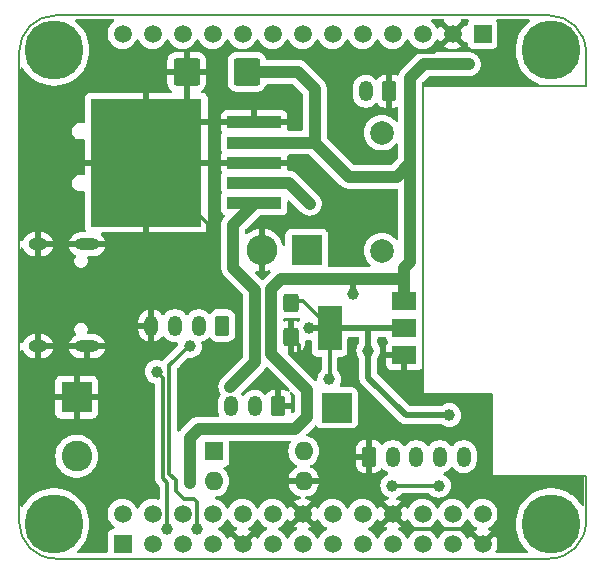
<source format=gbr>
G04 #@! TF.GenerationSoftware,KiCad,Pcbnew,8.99.0-unknown*
G04 #@! TF.CreationDate,2024-03-12T12:42:11+03:00*
G04 #@! TF.ProjectId,opi-hat,6f70692d-6861-4742-9e6b-696361645f70,rev?*
G04 #@! TF.SameCoordinates,Original*
G04 #@! TF.FileFunction,Copper,L1,Top*
G04 #@! TF.FilePolarity,Positive*
%FSLAX46Y46*%
G04 Gerber Fmt 4.6, Leading zero omitted, Abs format (unit mm)*
G04 Created by KiCad (PCBNEW 8.99.0-unknown) date 2024-03-12 12:42:11*
%MOMM*%
%LPD*%
G01*
G04 APERTURE LIST*
G04 Aperture macros list*
%AMRoundRect*
0 Rectangle with rounded corners*
0 $1 Rounding radius*
0 $2 $3 $4 $5 $6 $7 $8 $9 X,Y pos of 4 corners*
0 Add a 4 corners polygon primitive as box body*
4,1,4,$2,$3,$4,$5,$6,$7,$8,$9,$2,$3,0*
0 Add four circle primitives for the rounded corners*
1,1,$1+$1,$2,$3*
1,1,$1+$1,$4,$5*
1,1,$1+$1,$6,$7*
1,1,$1+$1,$8,$9*
0 Add four rect primitives between the rounded corners*
20,1,$1+$1,$2,$3,$4,$5,0*
20,1,$1+$1,$4,$5,$6,$7,0*
20,1,$1+$1,$6,$7,$8,$9,0*
20,1,$1+$1,$8,$9,$2,$3,0*%
G04 Aperture macros list end*
G04 #@! TA.AperFunction,SMDPad,CuDef*
%ADD10R,4.600000X1.100000*%
G04 #@! TD*
G04 #@! TA.AperFunction,SMDPad,CuDef*
%ADD11R,9.400000X10.800000*%
G04 #@! TD*
G04 #@! TA.AperFunction,WasherPad*
%ADD12C,5.000000*%
G04 #@! TD*
G04 #@! TA.AperFunction,ComponentPad*
%ADD13R,1.508000X1.508000*%
G04 #@! TD*
G04 #@! TA.AperFunction,ComponentPad*
%ADD14C,1.508000*%
G04 #@! TD*
G04 #@! TA.AperFunction,ComponentPad*
%ADD15RoundRect,0.250000X0.350000X0.625000X-0.350000X0.625000X-0.350000X-0.625000X0.350000X-0.625000X0*%
G04 #@! TD*
G04 #@! TA.AperFunction,ComponentPad*
%ADD16O,1.200000X1.750000*%
G04 #@! TD*
G04 #@! TA.AperFunction,ComponentPad*
%ADD17R,2.600000X2.600000*%
G04 #@! TD*
G04 #@! TA.AperFunction,ComponentPad*
%ADD18O,2.600000X2.600000*%
G04 #@! TD*
G04 #@! TA.AperFunction,ComponentPad*
%ADD19RoundRect,0.250000X-0.350000X-0.625000X0.350000X-0.625000X0.350000X0.625000X-0.350000X0.625000X0*%
G04 #@! TD*
G04 #@! TA.AperFunction,ComponentPad*
%ADD20C,2.600000*%
G04 #@! TD*
G04 #@! TA.AperFunction,ComponentPad*
%ADD21C,2.000000*%
G04 #@! TD*
G04 #@! TA.AperFunction,SMDPad,CuDef*
%ADD22RoundRect,0.250000X-0.425000X0.537500X-0.425000X-0.537500X0.425000X-0.537500X0.425000X0.537500X0*%
G04 #@! TD*
G04 #@! TA.AperFunction,SMDPad,CuDef*
%ADD23R,2.000000X1.500000*%
G04 #@! TD*
G04 #@! TA.AperFunction,SMDPad,CuDef*
%ADD24R,2.000000X3.800000*%
G04 #@! TD*
G04 #@! TA.AperFunction,ComponentPad*
%ADD25R,1.600000X1.600000*%
G04 #@! TD*
G04 #@! TA.AperFunction,ComponentPad*
%ADD26O,1.600000X1.600000*%
G04 #@! TD*
G04 #@! TA.AperFunction,ComponentPad*
%ADD27R,2.500000X2.500000*%
G04 #@! TD*
G04 #@! TA.AperFunction,SMDPad,CuDef*
%ADD28RoundRect,0.250000X0.875000X0.925000X-0.875000X0.925000X-0.875000X-0.925000X0.875000X-0.925000X0*%
G04 #@! TD*
G04 #@! TA.AperFunction,ComponentPad*
%ADD29O,1.600000X1.000000*%
G04 #@! TD*
G04 #@! TA.AperFunction,ComponentPad*
%ADD30O,2.100000X1.000000*%
G04 #@! TD*
G04 #@! TA.AperFunction,ViaPad*
%ADD31C,1.000000*%
G04 #@! TD*
G04 #@! TA.AperFunction,Conductor*
%ADD32C,1.000000*%
G04 #@! TD*
G04 #@! TA.AperFunction,Conductor*
%ADD33C,0.300000*%
G04 #@! TD*
G04 #@! TA.AperFunction,Conductor*
%ADD34C,0.500000*%
G04 #@! TD*
G04 #@! TA.AperFunction,Profile*
%ADD35C,0.127000*%
G04 #@! TD*
G04 APERTURE END LIST*
D10*
X101600000Y-67359000D03*
X101600000Y-65659000D03*
X101600000Y-63959000D03*
D11*
X92450000Y-63959000D03*
D10*
X101600000Y-62259000D03*
X101600000Y-60559000D03*
D12*
X84625794Y-54431488D03*
X84625794Y-94542406D03*
X126736709Y-54431488D03*
X126736709Y-94542406D03*
D13*
X90441253Y-96236509D03*
D14*
X90441253Y-93696509D03*
X92981253Y-96236509D03*
X92981253Y-93696509D03*
X95521253Y-96236509D03*
X95521253Y-93696509D03*
X98061253Y-96236509D03*
X98061253Y-93696509D03*
X100601253Y-96236509D03*
X100601253Y-93696509D03*
X103141253Y-96236509D03*
X103141253Y-93696509D03*
X105681253Y-96236509D03*
X105681253Y-93696509D03*
X108221253Y-96236509D03*
X108221253Y-93696509D03*
X110761253Y-96236509D03*
X110761253Y-93696509D03*
X113301253Y-96236509D03*
X113301253Y-93696509D03*
X115841253Y-96236509D03*
X115841253Y-93696509D03*
X118381253Y-96236509D03*
X118381253Y-93696509D03*
X120921253Y-96236509D03*
X120921253Y-93696509D03*
D13*
X120921253Y-53056509D03*
D14*
X118381253Y-53056509D03*
X115841253Y-53056509D03*
X113301253Y-53056509D03*
X110761253Y-53056509D03*
X108221253Y-53056509D03*
X105681253Y-53056509D03*
X103141253Y-53056509D03*
X100601253Y-53056509D03*
X98061253Y-53056509D03*
X95521253Y-53056509D03*
X92981253Y-53056509D03*
X90441253Y-53056509D03*
D15*
X113030000Y-57912000D03*
D16*
X111030000Y-57912000D03*
D17*
X106045000Y-71374000D03*
D18*
X102235000Y-71374000D03*
D19*
X111316000Y-88858000D03*
D16*
X113316000Y-88858000D03*
X115316000Y-88858000D03*
X117316000Y-88858000D03*
X119316000Y-88858000D03*
D17*
X86563000Y-83820000D03*
D20*
X86563000Y-88820000D03*
D21*
X112395000Y-61421000D03*
X112395000Y-71421000D03*
D22*
X104698800Y-75829300D03*
X104698800Y-78704300D03*
D23*
X114275000Y-80278000D03*
X114275000Y-77978000D03*
D24*
X107975000Y-77978000D03*
D23*
X114275000Y-75678000D03*
D25*
X98171000Y-88392000D03*
D26*
X98171000Y-90932000D03*
X105791000Y-90932000D03*
X105791000Y-88392000D03*
D27*
X108585000Y-84709000D03*
D15*
X103632000Y-84582000D03*
D16*
X101632000Y-84582000D03*
X99632000Y-84582000D03*
D15*
X98885000Y-77766000D03*
D16*
X96885000Y-77766000D03*
X94885000Y-77766000D03*
X92885000Y-77766000D03*
D28*
X100975000Y-56261000D03*
X95875000Y-56261000D03*
D29*
X83278000Y-79504000D03*
D30*
X87458000Y-79504000D03*
D29*
X83278000Y-70864000D03*
D30*
X87458000Y-70864000D03*
D31*
X99568000Y-82931000D03*
X105410000Y-80391000D03*
X107442000Y-90932000D03*
X110536744Y-90932000D03*
X97663000Y-70739000D03*
X84328000Y-81407000D03*
X114300000Y-82423000D03*
X119761000Y-55626000D03*
X109931200Y-75082400D03*
X109601000Y-65151000D03*
X96139000Y-91059000D03*
X107950000Y-82296000D03*
X106222800Y-77978000D03*
X118110000Y-85344000D03*
X111252000Y-79883000D03*
X93345000Y-81661000D03*
X94234000Y-94996000D03*
X96774000Y-94996000D03*
X96139000Y-79502000D03*
X117221000Y-91313000D03*
X113284000Y-91313000D03*
X106299000Y-67437000D03*
D32*
X101650800Y-74726800D02*
X101650800Y-80848200D01*
X101650800Y-80848200D02*
X99568000Y-82931000D01*
X101600000Y-67437000D02*
X99822000Y-69215000D01*
X99822000Y-69215000D02*
X99822000Y-72898000D01*
X101600000Y-67359000D02*
X101600000Y-67437000D01*
X99822000Y-72898000D02*
X101650800Y-74726800D01*
D33*
X105410000Y-79415500D02*
X104698800Y-78704300D01*
D34*
X95850000Y-60559000D02*
X92450000Y-63959000D01*
D33*
X85520000Y-63959000D02*
X84963000Y-64516000D01*
D34*
X114275000Y-80278000D02*
X114275000Y-82398000D01*
D33*
X119888000Y-94996000D02*
X119888000Y-95203256D01*
D34*
X95875000Y-60534000D02*
X92450000Y-63959000D01*
X95875000Y-56261000D02*
X95875000Y-60534000D01*
D33*
X116827762Y-54610000D02*
X114427000Y-54610000D01*
X92450000Y-63959000D02*
X85520000Y-63959000D01*
X84963000Y-80264000D02*
X84963000Y-80772000D01*
D34*
X101600000Y-63959000D02*
X92450000Y-63959000D01*
D33*
X114600744Y-94996000D02*
X119888000Y-94996000D01*
X119888000Y-95203256D02*
X120921253Y-96236509D01*
X97663000Y-69172000D02*
X92450000Y-63959000D01*
D34*
X101600000Y-60559000D02*
X95850000Y-60559000D01*
D33*
X113030000Y-57912000D02*
X113030000Y-56007000D01*
X84963000Y-80772000D02*
X84328000Y-81407000D01*
X110536744Y-90932000D02*
X107442000Y-90932000D01*
X84963000Y-64516000D02*
X84963000Y-80264000D01*
X113030000Y-56007000D02*
X114427000Y-54610000D01*
D34*
X114275000Y-82398000D02*
X114300000Y-82423000D01*
D33*
X105410000Y-80391000D02*
X105410000Y-79415500D01*
X118381253Y-53056509D02*
X116827762Y-54610000D01*
X97663000Y-70739000D02*
X97663000Y-69172000D01*
X113301253Y-93696509D02*
X114600744Y-94996000D01*
D32*
X107416600Y-73787000D02*
X108839000Y-73787000D01*
X114275000Y-73786600D02*
X114275000Y-72923000D01*
X119761000Y-55626000D02*
X115951000Y-55626000D01*
X107416600Y-73787000D02*
X109956600Y-73787000D01*
X114808000Y-64008000D02*
X114808000Y-72390000D01*
X105029000Y-86487000D02*
X106045000Y-85471000D01*
X96139000Y-87249000D02*
X96901000Y-86487000D01*
X115951000Y-55626000D02*
X114808000Y-56769000D01*
X96901000Y-86487000D02*
X105029000Y-86487000D01*
X113665000Y-65151000D02*
X109601000Y-65151000D01*
X106045000Y-83185000D02*
X102997000Y-80137000D01*
X96139000Y-91059000D02*
X96139000Y-87249000D01*
D34*
X109931200Y-73812400D02*
X109956600Y-73787000D01*
D32*
X114808000Y-64008000D02*
X113665000Y-65151000D01*
X114274600Y-73787000D02*
X114275000Y-73786600D01*
X114808000Y-56769000D02*
X114808000Y-64008000D01*
X106709000Y-57687000D02*
X106709000Y-62259000D01*
D34*
X109931200Y-75082400D02*
X109931200Y-73812400D01*
D32*
X105283000Y-56261000D02*
X106709000Y-57687000D01*
X114275000Y-75678000D02*
X114275000Y-73786600D01*
X100975000Y-56261000D02*
X105283000Y-56261000D01*
X101600000Y-62259000D02*
X106709000Y-62259000D01*
X109956600Y-73787000D02*
X114274600Y-73787000D01*
X103886000Y-73787000D02*
X107416600Y-73787000D01*
X114275000Y-72923000D02*
X114808000Y-72390000D01*
X102997000Y-74676000D02*
X103886000Y-73787000D01*
X106045000Y-85471000D02*
X106045000Y-83185000D01*
X106709000Y-62259000D02*
X109601000Y-65151000D01*
X102997000Y-80137000D02*
X102997000Y-74676000D01*
D34*
X111252000Y-77978000D02*
X109855000Y-77978000D01*
X118110000Y-85344000D02*
X114427000Y-85344000D01*
X114427000Y-85344000D02*
X111252000Y-82169000D01*
X111252000Y-82169000D02*
X111252000Y-79883000D01*
D33*
X107950000Y-82296000D02*
X107975000Y-82271000D01*
X107975000Y-82271000D02*
X107975000Y-77978000D01*
D34*
X106222800Y-77978000D02*
X107975000Y-77978000D01*
X109855000Y-77978000D02*
X107975000Y-77978000D01*
X111252000Y-79883000D02*
X111252000Y-77978000D01*
D33*
X105410000Y-75692000D02*
X105689000Y-75692000D01*
D34*
X114275000Y-77978000D02*
X111252000Y-77978000D01*
D33*
X105689000Y-75692000D02*
X107975000Y-77978000D01*
X93853000Y-90678000D02*
X93853000Y-82169000D01*
X94234000Y-94996000D02*
X94234000Y-91059000D01*
X93853000Y-82169000D02*
X93345000Y-81661000D01*
X94234000Y-91059000D02*
X93853000Y-90678000D01*
X94932500Y-90868500D02*
X94932500Y-91757500D01*
X96774000Y-92710000D02*
X96774000Y-94996000D01*
X96035500Y-79502000D02*
X94765500Y-80772000D01*
X94932500Y-91757500D02*
X95631000Y-92456000D01*
X94765500Y-80772000D02*
X94417742Y-81119758D01*
X95631000Y-92456000D02*
X96520000Y-92456000D01*
X96520000Y-92456000D02*
X96774000Y-92710000D01*
X94417742Y-81119758D02*
X94417742Y-90353742D01*
X94417742Y-90353742D02*
X94932500Y-90868500D01*
X96139000Y-79502000D02*
X96035500Y-79502000D01*
X117221000Y-91313000D02*
X113284000Y-91313000D01*
D32*
X101600000Y-65659000D02*
X104521000Y-65659000D01*
X104521000Y-65659000D02*
X106299000Y-67437000D01*
G04 #@! TA.AperFunction,Conductor*
G36*
X89680280Y-51836002D02*
G01*
X89726773Y-51889658D01*
X89736877Y-51959932D01*
X89707383Y-52024512D01*
X89684430Y-52045213D01*
X89626632Y-52085683D01*
X89626627Y-52085687D01*
X89470431Y-52241883D01*
X89470422Y-52241893D01*
X89343720Y-52422844D01*
X89250360Y-52623056D01*
X89250358Y-52623061D01*
X89223823Y-52722091D01*
X89193183Y-52836441D01*
X89173930Y-53056509D01*
X89193183Y-53276577D01*
X89230466Y-53415719D01*
X89250358Y-53489956D01*
X89250360Y-53489962D01*
X89285172Y-53564616D01*
X89343719Y-53690171D01*
X89470427Y-53871129D01*
X89626633Y-54027335D01*
X89807591Y-54154043D01*
X90007803Y-54247403D01*
X90221185Y-54304579D01*
X90441253Y-54323832D01*
X90661321Y-54304579D01*
X90874703Y-54247403D01*
X91074915Y-54154043D01*
X91255873Y-54027335D01*
X91412079Y-53871129D01*
X91538787Y-53690171D01*
X91597058Y-53565208D01*
X91643975Y-53511922D01*
X91712252Y-53492461D01*
X91780212Y-53513003D01*
X91825448Y-53565208D01*
X91883717Y-53690169D01*
X91926257Y-53750922D01*
X92010427Y-53871129D01*
X92166633Y-54027335D01*
X92347591Y-54154043D01*
X92547803Y-54247403D01*
X92761185Y-54304579D01*
X92981253Y-54323832D01*
X93201321Y-54304579D01*
X93414703Y-54247403D01*
X93614915Y-54154043D01*
X93795873Y-54027335D01*
X93952079Y-53871129D01*
X94078787Y-53690171D01*
X94137058Y-53565208D01*
X94183975Y-53511922D01*
X94252252Y-53492461D01*
X94320212Y-53513003D01*
X94365448Y-53565208D01*
X94423717Y-53690169D01*
X94466257Y-53750922D01*
X94550427Y-53871129D01*
X94706633Y-54027335D01*
X94887591Y-54154043D01*
X95087803Y-54247403D01*
X95301185Y-54304579D01*
X95521253Y-54323832D01*
X95741321Y-54304579D01*
X95954703Y-54247403D01*
X96154915Y-54154043D01*
X96335873Y-54027335D01*
X96492079Y-53871129D01*
X96618787Y-53690171D01*
X96677058Y-53565208D01*
X96723975Y-53511922D01*
X96792252Y-53492461D01*
X96860212Y-53513003D01*
X96905448Y-53565208D01*
X96963717Y-53690169D01*
X97006257Y-53750922D01*
X97090427Y-53871129D01*
X97246633Y-54027335D01*
X97427591Y-54154043D01*
X97627803Y-54247403D01*
X97841185Y-54304579D01*
X98061253Y-54323832D01*
X98281321Y-54304579D01*
X98494703Y-54247403D01*
X98694915Y-54154043D01*
X98875873Y-54027335D01*
X99032079Y-53871129D01*
X99158787Y-53690171D01*
X99217058Y-53565208D01*
X99263975Y-53511922D01*
X99332252Y-53492461D01*
X99400212Y-53513003D01*
X99445448Y-53565208D01*
X99503717Y-53690169D01*
X99546257Y-53750922D01*
X99630427Y-53871129D01*
X99786633Y-54027335D01*
X99967591Y-54154043D01*
X100167803Y-54247403D01*
X100381185Y-54304579D01*
X100601253Y-54323832D01*
X100821321Y-54304579D01*
X101034703Y-54247403D01*
X101234915Y-54154043D01*
X101415873Y-54027335D01*
X101572079Y-53871129D01*
X101698787Y-53690171D01*
X101757058Y-53565208D01*
X101803975Y-53511922D01*
X101872252Y-53492461D01*
X101940212Y-53513003D01*
X101985448Y-53565208D01*
X102043717Y-53690169D01*
X102086257Y-53750922D01*
X102170427Y-53871129D01*
X102326633Y-54027335D01*
X102507591Y-54154043D01*
X102707803Y-54247403D01*
X102921185Y-54304579D01*
X103141253Y-54323832D01*
X103361321Y-54304579D01*
X103574703Y-54247403D01*
X103774915Y-54154043D01*
X103955873Y-54027335D01*
X104112079Y-53871129D01*
X104238787Y-53690171D01*
X104297058Y-53565208D01*
X104343975Y-53511922D01*
X104412252Y-53492461D01*
X104480212Y-53513003D01*
X104525448Y-53565208D01*
X104583717Y-53690169D01*
X104626257Y-53750922D01*
X104710427Y-53871129D01*
X104866633Y-54027335D01*
X105047591Y-54154043D01*
X105247803Y-54247403D01*
X105461185Y-54304579D01*
X105681253Y-54323832D01*
X105901321Y-54304579D01*
X106114703Y-54247403D01*
X106314915Y-54154043D01*
X106495873Y-54027335D01*
X106652079Y-53871129D01*
X106778787Y-53690171D01*
X106837058Y-53565208D01*
X106883975Y-53511922D01*
X106952252Y-53492461D01*
X107020212Y-53513003D01*
X107065448Y-53565208D01*
X107123717Y-53690169D01*
X107166257Y-53750922D01*
X107250427Y-53871129D01*
X107406633Y-54027335D01*
X107587591Y-54154043D01*
X107787803Y-54247403D01*
X108001185Y-54304579D01*
X108221253Y-54323832D01*
X108441321Y-54304579D01*
X108654703Y-54247403D01*
X108854915Y-54154043D01*
X109035873Y-54027335D01*
X109192079Y-53871129D01*
X109318787Y-53690171D01*
X109377058Y-53565208D01*
X109423975Y-53511922D01*
X109492252Y-53492461D01*
X109560212Y-53513003D01*
X109605448Y-53565208D01*
X109663717Y-53690169D01*
X109706257Y-53750922D01*
X109790427Y-53871129D01*
X109946633Y-54027335D01*
X110127591Y-54154043D01*
X110327803Y-54247403D01*
X110541185Y-54304579D01*
X110761253Y-54323832D01*
X110981321Y-54304579D01*
X111194703Y-54247403D01*
X111394915Y-54154043D01*
X111575873Y-54027335D01*
X111732079Y-53871129D01*
X111858787Y-53690171D01*
X111917058Y-53565208D01*
X111963975Y-53511922D01*
X112032252Y-53492461D01*
X112100212Y-53513003D01*
X112145448Y-53565208D01*
X112203717Y-53690169D01*
X112246257Y-53750922D01*
X112330427Y-53871129D01*
X112486633Y-54027335D01*
X112667591Y-54154043D01*
X112867803Y-54247403D01*
X113081185Y-54304579D01*
X113301253Y-54323832D01*
X113521321Y-54304579D01*
X113734703Y-54247403D01*
X113934915Y-54154043D01*
X114115873Y-54027335D01*
X114272079Y-53871129D01*
X114398787Y-53690171D01*
X114457058Y-53565208D01*
X114503975Y-53511922D01*
X114572252Y-53492461D01*
X114640212Y-53513003D01*
X114685448Y-53565208D01*
X114743717Y-53690169D01*
X114786257Y-53750922D01*
X114870427Y-53871129D01*
X115026633Y-54027335D01*
X115207591Y-54154043D01*
X115407803Y-54247403D01*
X115621185Y-54304579D01*
X115841253Y-54323832D01*
X116061321Y-54304579D01*
X116274703Y-54247403D01*
X116474915Y-54154043D01*
X116655873Y-54027335D01*
X116812079Y-53871129D01*
X116938787Y-53690171D01*
X116997334Y-53564615D01*
X117044251Y-53511330D01*
X117112528Y-53491869D01*
X117180488Y-53512410D01*
X117225724Y-53564615D01*
X117284155Y-53689921D01*
X117327181Y-53751369D01*
X117897094Y-53181456D01*
X117915328Y-53249502D01*
X117981154Y-53363516D01*
X118074246Y-53456608D01*
X118188260Y-53522434D01*
X118256304Y-53540666D01*
X117686391Y-54110579D01*
X117686391Y-54110581D01*
X117747835Y-54153604D01*
X117747836Y-54153605D01*
X117947971Y-54246929D01*
X117947976Y-54246931D01*
X118161273Y-54304083D01*
X118381253Y-54323329D01*
X118601232Y-54304083D01*
X118814529Y-54246931D01*
X118814534Y-54246929D01*
X119014659Y-54153610D01*
X119076113Y-54110579D01*
X119076113Y-54110578D01*
X118506201Y-53540666D01*
X118574246Y-53522434D01*
X118688260Y-53456608D01*
X118781352Y-53363516D01*
X118847178Y-53249502D01*
X118865410Y-53181457D01*
X119435322Y-53751369D01*
X119440433Y-53750922D01*
X119484996Y-53715302D01*
X119555615Y-53707992D01*
X119618976Y-53740023D01*
X119654961Y-53801224D01*
X119658753Y-53831901D01*
X119658753Y-53859158D01*
X119665262Y-53919705D01*
X119665264Y-53919713D01*
X119716363Y-54056711D01*
X119716365Y-54056716D01*
X119803991Y-54173770D01*
X119921045Y-54261396D01*
X119921047Y-54261397D01*
X119921049Y-54261398D01*
X119980128Y-54283433D01*
X120058048Y-54312497D01*
X120058056Y-54312499D01*
X120118603Y-54319008D01*
X120118608Y-54319008D01*
X120118615Y-54319009D01*
X120118621Y-54319009D01*
X121723885Y-54319009D01*
X121723891Y-54319009D01*
X121723898Y-54319008D01*
X121723902Y-54319008D01*
X121784449Y-54312499D01*
X121784452Y-54312498D01*
X121784454Y-54312498D01*
X121921457Y-54261398D01*
X121940786Y-54246929D01*
X122038514Y-54173770D01*
X122126140Y-54056716D01*
X122126140Y-54056715D01*
X122126142Y-54056713D01*
X122177242Y-53919710D01*
X122182466Y-53871125D01*
X122183752Y-53859158D01*
X122183753Y-53859141D01*
X122183753Y-52253876D01*
X122183752Y-52253859D01*
X122177243Y-52193312D01*
X122177241Y-52193304D01*
X122137101Y-52085687D01*
X122126142Y-52056305D01*
X122126141Y-52056303D01*
X122126140Y-52056301D01*
X122097100Y-52017509D01*
X122072289Y-51950989D01*
X122087380Y-51881615D01*
X122137582Y-51831413D01*
X122197968Y-51816000D01*
X124827147Y-51816000D01*
X124895268Y-51836002D01*
X124941761Y-51889658D01*
X124951865Y-51959932D01*
X124922371Y-52024512D01*
X124908139Y-52038521D01*
X124668656Y-52239472D01*
X124668653Y-52239475D01*
X124668652Y-52239476D01*
X124666375Y-52241890D01*
X124428159Y-52494382D01*
X124218887Y-52775483D01*
X124218877Y-52775499D01*
X124043662Y-53078981D01*
X124043653Y-53078999D01*
X123920924Y-53363516D01*
X123904852Y-53400776D01*
X123847290Y-53593044D01*
X123804342Y-53736503D01*
X123743486Y-54081635D01*
X123743486Y-54081641D01*
X123723110Y-54431488D01*
X123743486Y-54781334D01*
X123743486Y-54781340D01*
X123793150Y-55062997D01*
X123804342Y-55126472D01*
X123904852Y-55462200D01*
X123904854Y-55462206D01*
X123904855Y-55462207D01*
X124018353Y-55725325D01*
X124043659Y-55783989D01*
X124218884Y-56087488D01*
X124428158Y-56368592D01*
X124668652Y-56623500D01*
X124668657Y-56623504D01*
X124668663Y-56623510D01*
X124937105Y-56848761D01*
X124937109Y-56848764D01*
X124937112Y-56848766D01*
X125229909Y-57041341D01*
X125543083Y-57198623D01*
X125589859Y-57215648D01*
X125633708Y-57231608D01*
X125690880Y-57273702D01*
X125716218Y-57340023D01*
X125701677Y-57409515D01*
X125651875Y-57460114D01*
X125590614Y-57476009D01*
X115942500Y-57476009D01*
X115874379Y-57456007D01*
X115827886Y-57402351D01*
X115816500Y-57350009D01*
X115816500Y-57238924D01*
X115836502Y-57170803D01*
X115853405Y-57149829D01*
X116331829Y-56671405D01*
X116394141Y-56637379D01*
X116420924Y-56634500D01*
X119705266Y-56634500D01*
X119717614Y-56635106D01*
X119732867Y-56636609D01*
X119760998Y-56639380D01*
X119761000Y-56639380D01*
X119761002Y-56639380D01*
X119789132Y-56636609D01*
X119804385Y-56635106D01*
X119816734Y-56634500D01*
X119860325Y-56634500D01*
X119860329Y-56634500D01*
X119903097Y-56625992D01*
X119915308Y-56624181D01*
X119958701Y-56619908D01*
X120000423Y-56607251D01*
X120012404Y-56604250D01*
X120055169Y-56595744D01*
X120095462Y-56579053D01*
X120107076Y-56574898D01*
X120148804Y-56562241D01*
X120187267Y-56541680D01*
X120198418Y-56536406D01*
X120238704Y-56519721D01*
X120274947Y-56495502D01*
X120285549Y-56489148D01*
X120324004Y-56468595D01*
X120357728Y-56440916D01*
X120367633Y-56433571D01*
X120403881Y-56409353D01*
X120434712Y-56378520D01*
X120443854Y-56370235D01*
X120477568Y-56342568D01*
X120505235Y-56308854D01*
X120513520Y-56299712D01*
X120544353Y-56268881D01*
X120568571Y-56232633D01*
X120575916Y-56222728D01*
X120603595Y-56189004D01*
X120624148Y-56150549D01*
X120630505Y-56139944D01*
X120639741Y-56126123D01*
X120654721Y-56103704D01*
X120671406Y-56063418D01*
X120676680Y-56052267D01*
X120697241Y-56013804D01*
X120709898Y-55972076D01*
X120714053Y-55960462D01*
X120730744Y-55920169D01*
X120739250Y-55877404D01*
X120742251Y-55865423D01*
X120754908Y-55823701D01*
X120759181Y-55780308D01*
X120760993Y-55768091D01*
X120769500Y-55725329D01*
X120769500Y-55681734D01*
X120770107Y-55669383D01*
X120774380Y-55626001D01*
X120774380Y-55625998D01*
X120770107Y-55582615D01*
X120769500Y-55570264D01*
X120769500Y-55526674D01*
X120769500Y-55526671D01*
X120760991Y-55483899D01*
X120759181Y-55471693D01*
X120754908Y-55428299D01*
X120742251Y-55386573D01*
X120739247Y-55374581D01*
X120730744Y-55331831D01*
X120714059Y-55291551D01*
X120709897Y-55279917D01*
X120697240Y-55238193D01*
X120676690Y-55199749D01*
X120671401Y-55188567D01*
X120668507Y-55181579D01*
X120654721Y-55148296D01*
X120630504Y-55112053D01*
X120624147Y-55101446D01*
X120603596Y-55062997D01*
X120575929Y-55029285D01*
X120568563Y-55019352D01*
X120544355Y-54983122D01*
X120544351Y-54983117D01*
X120513523Y-54952289D01*
X120505239Y-54943149D01*
X120477568Y-54909432D01*
X120443857Y-54881766D01*
X120434704Y-54873470D01*
X120403881Y-54842647D01*
X120367641Y-54818432D01*
X120357709Y-54811066D01*
X120324004Y-54783405D01*
X120285548Y-54762849D01*
X120274946Y-54756494D01*
X120238707Y-54732280D01*
X120238704Y-54732279D01*
X120198430Y-54715597D01*
X120187252Y-54710310D01*
X120148808Y-54689761D01*
X120148806Y-54689760D01*
X120148804Y-54689759D01*
X120107079Y-54677101D01*
X120095445Y-54672938D01*
X120055174Y-54656258D01*
X120055172Y-54656257D01*
X120055170Y-54656256D01*
X120055169Y-54656256D01*
X120055167Y-54656255D01*
X120055165Y-54656255D01*
X120012405Y-54647748D01*
X120000418Y-54644745D01*
X119958704Y-54632092D01*
X119958698Y-54632091D01*
X119915315Y-54627818D01*
X119903085Y-54626004D01*
X119860334Y-54617500D01*
X119860329Y-54617500D01*
X119816734Y-54617500D01*
X119804385Y-54616893D01*
X119789132Y-54615390D01*
X119761002Y-54612620D01*
X119760998Y-54612620D01*
X119732867Y-54615390D01*
X119717614Y-54616893D01*
X119705266Y-54617500D01*
X115851668Y-54617500D01*
X115656830Y-54656256D01*
X115656825Y-54656258D01*
X115473296Y-54732279D01*
X115308123Y-54842644D01*
X115308116Y-54842649D01*
X114024649Y-56126116D01*
X114024644Y-56126123D01*
X113914280Y-56291294D01*
X113838257Y-56474828D01*
X113835199Y-56490201D01*
X113802290Y-56553110D01*
X113740595Y-56588241D01*
X113671988Y-56585223D01*
X113534324Y-56539606D01*
X113534318Y-56539605D01*
X113430516Y-56529000D01*
X113284000Y-56529000D01*
X113284000Y-57635670D01*
X113260255Y-57611925D01*
X113174745Y-57562556D01*
X113079370Y-57537000D01*
X112980630Y-57537000D01*
X112885255Y-57562556D01*
X112799745Y-57611925D01*
X112776000Y-57635670D01*
X112776000Y-56529000D01*
X112629483Y-56529000D01*
X112525681Y-56539605D01*
X112525678Y-56539606D01*
X112357474Y-56595342D01*
X112206660Y-56688365D01*
X112206654Y-56688370D01*
X112081370Y-56813654D01*
X112081365Y-56813660D01*
X112047884Y-56867943D01*
X111995098Y-56915421D01*
X111925023Y-56926824D01*
X111859908Y-56898532D01*
X111851548Y-56890891D01*
X111752144Y-56791487D01*
X111752141Y-56791485D01*
X111752139Y-56791483D01*
X111610981Y-56688926D01*
X111455516Y-56609712D01*
X111455513Y-56609711D01*
X111455511Y-56609710D01*
X111289577Y-56555796D01*
X111289574Y-56555795D01*
X111117241Y-56528500D01*
X110942759Y-56528500D01*
X110770426Y-56555795D01*
X110770423Y-56555795D01*
X110770422Y-56555796D01*
X110604488Y-56609710D01*
X110604482Y-56609713D01*
X110449015Y-56688928D01*
X110307858Y-56791485D01*
X110307855Y-56791487D01*
X110184487Y-56914855D01*
X110184485Y-56914858D01*
X110081928Y-57056015D01*
X110002713Y-57211482D01*
X110002710Y-57211488D01*
X109948796Y-57377422D01*
X109948795Y-57377426D01*
X109921500Y-57549759D01*
X109921500Y-58274241D01*
X109948795Y-58446574D01*
X109948796Y-58446577D01*
X109969537Y-58510414D01*
X110002712Y-58612516D01*
X110081926Y-58767981D01*
X110184483Y-58909139D01*
X110184485Y-58909141D01*
X110184487Y-58909144D01*
X110307855Y-59032512D01*
X110307858Y-59032514D01*
X110307861Y-59032517D01*
X110449019Y-59135074D01*
X110604484Y-59214288D01*
X110770426Y-59268205D01*
X110942759Y-59295500D01*
X110942762Y-59295500D01*
X111117238Y-59295500D01*
X111117241Y-59295500D01*
X111289574Y-59268205D01*
X111455516Y-59214288D01*
X111610981Y-59135074D01*
X111752139Y-59032517D01*
X111851549Y-58933106D01*
X111913859Y-58899083D01*
X111984675Y-58904147D01*
X112041511Y-58946694D01*
X112047884Y-58956057D01*
X112081363Y-59010336D01*
X112081370Y-59010345D01*
X112206654Y-59135629D01*
X112206660Y-59135634D01*
X112357474Y-59228657D01*
X112525678Y-59284393D01*
X112525681Y-59284394D01*
X112629483Y-59294999D01*
X112629483Y-59295000D01*
X112776000Y-59295000D01*
X112776000Y-58188330D01*
X112799745Y-58212075D01*
X112885255Y-58261444D01*
X112980630Y-58287000D01*
X113079370Y-58287000D01*
X113174745Y-58261444D01*
X113260255Y-58212075D01*
X113284000Y-58188330D01*
X113284000Y-59295000D01*
X113430517Y-59295000D01*
X113430516Y-59294999D01*
X113534318Y-59284394D01*
X113534330Y-59284392D01*
X113633867Y-59251409D01*
X113704822Y-59248968D01*
X113765832Y-59285276D01*
X113797527Y-59348805D01*
X113799500Y-59371013D01*
X113799500Y-60401178D01*
X113779498Y-60469299D01*
X113725842Y-60515792D01*
X113655568Y-60525896D01*
X113590988Y-60496402D01*
X113577689Y-60483009D01*
X113573946Y-60478627D01*
X113464969Y-60351031D01*
X113464967Y-60351029D01*
X113464966Y-60351028D01*
X113284419Y-60196826D01*
X113284417Y-60196825D01*
X113284416Y-60196824D01*
X113081963Y-60072760D01*
X112862594Y-59981895D01*
X112862592Y-59981894D01*
X112704651Y-59943976D01*
X112631711Y-59926465D01*
X112395000Y-59907835D01*
X112158289Y-59926465D01*
X111927407Y-59981894D01*
X111708038Y-60072759D01*
X111505582Y-60196825D01*
X111505580Y-60196826D01*
X111325030Y-60351030D01*
X111170826Y-60531580D01*
X111170825Y-60531582D01*
X111046759Y-60734038D01*
X110955894Y-60953407D01*
X110921741Y-61095668D01*
X110900465Y-61184289D01*
X110881835Y-61421000D01*
X110900465Y-61657711D01*
X110917976Y-61730651D01*
X110955894Y-61888592D01*
X111046759Y-62107961D01*
X111170825Y-62310417D01*
X111170826Y-62310419D01*
X111325030Y-62490969D01*
X111505580Y-62645173D01*
X111505584Y-62645176D01*
X111708037Y-62769240D01*
X111927406Y-62860105D01*
X112158289Y-62915535D01*
X112395000Y-62934165D01*
X112631711Y-62915535D01*
X112862594Y-62860105D01*
X113081963Y-62769240D01*
X113284416Y-62645176D01*
X113464969Y-62490969D01*
X113577689Y-62358991D01*
X113637139Y-62320181D01*
X113708134Y-62319674D01*
X113768133Y-62357631D01*
X113798086Y-62421999D01*
X113799500Y-62440821D01*
X113799500Y-63538076D01*
X113779498Y-63606197D01*
X113762595Y-63627171D01*
X113284171Y-64105595D01*
X113221859Y-64139621D01*
X113195076Y-64142500D01*
X110070925Y-64142500D01*
X110002804Y-64122498D01*
X109981830Y-64105595D01*
X107754405Y-61878170D01*
X107720379Y-61815858D01*
X107717500Y-61789075D01*
X107717500Y-57587672D01*
X107717499Y-57587668D01*
X107709959Y-57549762D01*
X107678744Y-57392831D01*
X107647254Y-57316809D01*
X107602722Y-57209297D01*
X107492354Y-57044119D01*
X105925881Y-55477647D01*
X105760704Y-55367279D01*
X105577169Y-55291256D01*
X105548146Y-55285483D01*
X105382331Y-55252500D01*
X105382329Y-55252500D01*
X102712375Y-55252500D01*
X102644254Y-55232498D01*
X102597761Y-55178842D01*
X102592770Y-55166132D01*
X102586860Y-55148296D01*
X102542115Y-55013262D01*
X102449030Y-54862348D01*
X102449029Y-54862347D01*
X102449024Y-54862341D01*
X102323658Y-54736975D01*
X102323652Y-54736970D01*
X102247111Y-54689759D01*
X102172738Y-54643885D01*
X102078385Y-54612620D01*
X102004427Y-54588113D01*
X102004420Y-54588112D01*
X101900553Y-54577500D01*
X100049455Y-54577500D01*
X99945574Y-54588112D01*
X99777261Y-54643885D01*
X99626347Y-54736970D01*
X99626341Y-54736975D01*
X99500975Y-54862341D01*
X99500970Y-54862347D01*
X99407885Y-55013262D01*
X99352113Y-55181572D01*
X99352112Y-55181579D01*
X99341500Y-55285446D01*
X99341500Y-57236544D01*
X99352112Y-57340425D01*
X99407885Y-57508738D01*
X99500970Y-57659652D01*
X99500975Y-57659658D01*
X99626341Y-57785024D01*
X99626347Y-57785029D01*
X99626348Y-57785030D01*
X99777262Y-57878115D01*
X99945574Y-57933887D01*
X100049455Y-57944500D01*
X101900544Y-57944499D01*
X102004426Y-57933887D01*
X102172738Y-57878115D01*
X102323652Y-57785030D01*
X102449030Y-57659652D01*
X102542115Y-57508738D01*
X102592771Y-57355864D01*
X102633183Y-57297496D01*
X102698739Y-57270240D01*
X102712374Y-57269500D01*
X104813076Y-57269500D01*
X104881197Y-57289502D01*
X104902171Y-57306405D01*
X105663595Y-58067829D01*
X105697621Y-58130141D01*
X105700500Y-58156924D01*
X105700500Y-61124500D01*
X105680498Y-61192621D01*
X105626842Y-61239114D01*
X105574500Y-61250500D01*
X104534000Y-61250500D01*
X104465879Y-61230498D01*
X104419386Y-61176842D01*
X104408000Y-61124500D01*
X104408000Y-60813000D01*
X98792000Y-60813000D01*
X98792000Y-61157597D01*
X98798505Y-61218093D01*
X98852704Y-61363406D01*
X98849402Y-61364637D01*
X98860891Y-61417476D01*
X98850281Y-61453615D01*
X98852260Y-61454353D01*
X98798011Y-61599795D01*
X98798009Y-61599803D01*
X98791500Y-61660350D01*
X98791500Y-62857649D01*
X98798009Y-62918196D01*
X98798011Y-62918204D01*
X98852260Y-63063647D01*
X98849207Y-63064785D01*
X98860889Y-63118537D01*
X98850551Y-63153791D01*
X98852703Y-63154594D01*
X98798505Y-63299905D01*
X98792000Y-63360402D01*
X98792000Y-63705000D01*
X104408000Y-63705000D01*
X104408000Y-63393500D01*
X104428002Y-63325379D01*
X104481658Y-63278886D01*
X104534000Y-63267500D01*
X106239076Y-63267500D01*
X106307197Y-63287502D01*
X106328170Y-63304404D01*
X107600607Y-64576842D01*
X108848466Y-65824701D01*
X108856770Y-65833862D01*
X108884432Y-65867568D01*
X108918135Y-65895227D01*
X108927287Y-65903522D01*
X108958119Y-65934354D01*
X108958122Y-65934356D01*
X108994358Y-65958568D01*
X109004291Y-65965934D01*
X109037996Y-65993595D01*
X109076453Y-66014150D01*
X109087031Y-66020490D01*
X109123297Y-66044722D01*
X109163573Y-66061404D01*
X109174746Y-66066689D01*
X109213196Y-66087241D01*
X109213201Y-66087243D01*
X109254918Y-66099898D01*
X109266551Y-66104059D01*
X109306831Y-66120744D01*
X109349589Y-66129249D01*
X109361573Y-66132251D01*
X109373628Y-66135907D01*
X109403299Y-66144908D01*
X109446693Y-66149181D01*
X109458899Y-66150991D01*
X109501671Y-66159500D01*
X109501672Y-66159500D01*
X109545266Y-66159500D01*
X109557614Y-66160106D01*
X109572867Y-66161609D01*
X109600998Y-66164380D01*
X109601000Y-66164380D01*
X109601002Y-66164380D01*
X109629132Y-66161609D01*
X109644385Y-66160106D01*
X109656734Y-66159500D01*
X113673500Y-66159500D01*
X113741621Y-66179502D01*
X113788114Y-66233158D01*
X113799500Y-66285500D01*
X113799500Y-70401178D01*
X113779498Y-70469299D01*
X113725842Y-70515792D01*
X113655568Y-70525896D01*
X113590988Y-70496402D01*
X113577689Y-70483009D01*
X113566098Y-70469438D01*
X113464969Y-70351031D01*
X113464967Y-70351029D01*
X113464966Y-70351028D01*
X113284419Y-70196826D01*
X113284417Y-70196825D01*
X113284416Y-70196824D01*
X113081963Y-70072760D01*
X113017417Y-70046024D01*
X112862592Y-69981894D01*
X112704651Y-69943976D01*
X112631711Y-69926465D01*
X112395000Y-69907835D01*
X112158289Y-69926465D01*
X111927407Y-69981894D01*
X111708038Y-70072759D01*
X111505582Y-70196825D01*
X111505580Y-70196826D01*
X111325030Y-70351030D01*
X111170826Y-70531580D01*
X111170825Y-70531582D01*
X111046759Y-70734038D01*
X110955894Y-70953407D01*
X110900465Y-71184289D01*
X110881835Y-71421000D01*
X110900465Y-71657710D01*
X110955894Y-71888592D01*
X111031809Y-72071867D01*
X111046760Y-72107963D01*
X111079055Y-72160664D01*
X111170825Y-72310417D01*
X111170826Y-72310419D01*
X111325030Y-72490969D01*
X111401979Y-72556689D01*
X111440788Y-72616139D01*
X111441296Y-72687134D01*
X111403340Y-72747133D01*
X111338971Y-72777086D01*
X111320149Y-72778500D01*
X107979500Y-72778500D01*
X107911379Y-72758498D01*
X107864886Y-72704842D01*
X107853500Y-72652500D01*
X107853500Y-70025367D01*
X107853499Y-70025350D01*
X107846990Y-69964803D01*
X107846988Y-69964795D01*
X107808085Y-69860494D01*
X107795889Y-69827796D01*
X107795888Y-69827794D01*
X107795887Y-69827792D01*
X107708261Y-69710738D01*
X107591207Y-69623112D01*
X107591202Y-69623110D01*
X107454204Y-69572011D01*
X107454196Y-69572009D01*
X107393649Y-69565500D01*
X107393638Y-69565500D01*
X104696362Y-69565500D01*
X104696350Y-69565500D01*
X104635803Y-69572009D01*
X104635795Y-69572011D01*
X104498797Y-69623110D01*
X104498792Y-69623112D01*
X104381738Y-69710738D01*
X104294112Y-69827792D01*
X104294110Y-69827797D01*
X104243011Y-69964795D01*
X104243009Y-69964803D01*
X104236500Y-70025350D01*
X104236500Y-70899783D01*
X104216498Y-70967904D01*
X104162842Y-71014397D01*
X104092568Y-71024501D01*
X104027988Y-70995007D01*
X103989604Y-70935281D01*
X103987659Y-70927821D01*
X103967519Y-70839586D01*
X103967518Y-70839583D01*
X103868519Y-70587335D01*
X103733031Y-70352664D01*
X103564073Y-70140798D01*
X103365429Y-69956484D01*
X103365424Y-69956480D01*
X103141537Y-69803836D01*
X103141529Y-69803831D01*
X102897397Y-69686264D01*
X102638452Y-69606388D01*
X102638444Y-69606387D01*
X102489000Y-69583862D01*
X102489000Y-70775655D01*
X102424598Y-70748979D01*
X102299019Y-70724000D01*
X102170981Y-70724000D01*
X102045402Y-70748979D01*
X101981000Y-70775655D01*
X101981000Y-69583862D01*
X101831555Y-69606387D01*
X101831547Y-69606388D01*
X101572602Y-69686264D01*
X101328470Y-69803831D01*
X101328462Y-69803836D01*
X101104575Y-69956480D01*
X101104563Y-69956490D01*
X101042201Y-70014353D01*
X100978660Y-70046024D01*
X100908083Y-70038314D01*
X100852878Y-69993672D01*
X100830573Y-69926270D01*
X100830500Y-69921988D01*
X100830500Y-69684924D01*
X100850502Y-69616803D01*
X100867405Y-69595829D01*
X102008830Y-68454405D01*
X102071142Y-68420379D01*
X102097925Y-68417500D01*
X103948632Y-68417500D01*
X103948638Y-68417500D01*
X103948645Y-68417499D01*
X103948649Y-68417499D01*
X104009196Y-68410990D01*
X104009199Y-68410989D01*
X104009201Y-68410989D01*
X104146204Y-68359889D01*
X104185167Y-68330722D01*
X104263261Y-68272261D01*
X104350887Y-68155207D01*
X104350887Y-68155206D01*
X104350889Y-68155204D01*
X104401989Y-68018201D01*
X104403946Y-68000004D01*
X104408499Y-67957649D01*
X104408500Y-67957632D01*
X104408500Y-67276924D01*
X104428502Y-67208803D01*
X104482158Y-67162310D01*
X104552432Y-67152206D01*
X104617012Y-67181700D01*
X104623578Y-67187812D01*
X105546476Y-68110711D01*
X105554770Y-68119862D01*
X105582432Y-68153568D01*
X105616124Y-68181218D01*
X105616135Y-68181227D01*
X105625287Y-68189522D01*
X105656119Y-68220354D01*
X105656122Y-68220356D01*
X105692358Y-68244568D01*
X105702291Y-68251934D01*
X105735996Y-68279595D01*
X105774453Y-68300150D01*
X105785031Y-68306490D01*
X105821297Y-68330722D01*
X105861573Y-68347404D01*
X105872746Y-68352689D01*
X105911196Y-68373241D01*
X105952908Y-68385894D01*
X105952915Y-68385896D01*
X105964559Y-68390062D01*
X106004832Y-68406744D01*
X106047594Y-68415249D01*
X106059577Y-68418251D01*
X106101299Y-68430908D01*
X106144691Y-68435181D01*
X106156908Y-68436993D01*
X106199671Y-68445500D01*
X106243266Y-68445500D01*
X106255614Y-68446106D01*
X106270867Y-68447609D01*
X106298998Y-68450380D01*
X106299000Y-68450380D01*
X106299002Y-68450380D01*
X106327132Y-68447609D01*
X106342385Y-68446106D01*
X106354734Y-68445500D01*
X106398325Y-68445500D01*
X106398329Y-68445500D01*
X106441097Y-68436992D01*
X106453308Y-68435181D01*
X106496701Y-68430908D01*
X106538423Y-68418251D01*
X106550404Y-68415250D01*
X106593169Y-68406744D01*
X106625684Y-68393275D01*
X106633445Y-68390061D01*
X106645091Y-68385894D01*
X106686804Y-68373241D01*
X106686806Y-68373240D01*
X106725252Y-68352690D01*
X106736411Y-68347411D01*
X106776704Y-68330722D01*
X106812954Y-68306499D01*
X106823542Y-68300152D01*
X106862004Y-68279595D01*
X106895702Y-68251938D01*
X106905633Y-68244574D01*
X106941878Y-68220356D01*
X106941877Y-68220356D01*
X106941881Y-68220354D01*
X106972717Y-68189516D01*
X106981859Y-68181231D01*
X107015568Y-68153568D01*
X107043231Y-68119859D01*
X107051516Y-68110717D01*
X107082354Y-68079881D01*
X107106574Y-68043633D01*
X107113942Y-68033698D01*
X107141595Y-68000004D01*
X107162152Y-67961542D01*
X107168499Y-67950954D01*
X107192722Y-67914704D01*
X107209411Y-67874411D01*
X107214690Y-67863252D01*
X107235240Y-67824806D01*
X107235241Y-67824803D01*
X107247894Y-67783091D01*
X107252061Y-67771445D01*
X107268742Y-67731173D01*
X107268744Y-67731169D01*
X107277250Y-67688404D01*
X107280251Y-67676423D01*
X107292908Y-67634701D01*
X107297181Y-67591308D01*
X107298993Y-67579091D01*
X107307500Y-67536329D01*
X107307500Y-67492734D01*
X107308107Y-67480383D01*
X107312380Y-67437001D01*
X107312380Y-67436998D01*
X107308107Y-67393615D01*
X107307500Y-67381264D01*
X107307500Y-67337674D01*
X107307500Y-67337671D01*
X107298993Y-67294907D01*
X107297181Y-67282691D01*
X107292908Y-67239299D01*
X107280251Y-67197577D01*
X107277249Y-67185594D01*
X107268744Y-67142832D01*
X107252062Y-67102558D01*
X107247896Y-67090915D01*
X107235241Y-67049196D01*
X107214689Y-67010746D01*
X107209402Y-66999568D01*
X107192722Y-66959297D01*
X107168490Y-66923031D01*
X107162150Y-66912453D01*
X107141595Y-66873996D01*
X107113934Y-66840291D01*
X107106568Y-66830358D01*
X107082356Y-66794122D01*
X107082352Y-66794117D01*
X107051522Y-66763287D01*
X107043227Y-66754135D01*
X107015568Y-66720432D01*
X107015565Y-66720429D01*
X106981862Y-66692770D01*
X106972701Y-66684466D01*
X105163883Y-64875649D01*
X105163881Y-64875647D01*
X104998704Y-64765279D01*
X104951530Y-64745739D01*
X104865542Y-64710121D01*
X104815172Y-64689257D01*
X104815170Y-64689256D01*
X104815169Y-64689256D01*
X104717089Y-64669746D01*
X104620331Y-64650500D01*
X104620329Y-64650500D01*
X104534000Y-64650500D01*
X104465879Y-64630498D01*
X104419386Y-64576842D01*
X104408000Y-64524500D01*
X104408000Y-64213000D01*
X98792000Y-64213000D01*
X98792000Y-64557597D01*
X98798505Y-64618093D01*
X98852704Y-64763406D01*
X98849402Y-64764637D01*
X98860891Y-64817476D01*
X98850281Y-64853615D01*
X98852260Y-64854353D01*
X98798011Y-64999795D01*
X98798009Y-64999803D01*
X98791500Y-65060350D01*
X98791500Y-66257649D01*
X98798009Y-66318196D01*
X98798011Y-66318204D01*
X98852260Y-66463647D01*
X98849051Y-66464843D01*
X98860600Y-66518046D01*
X98850168Y-66553572D01*
X98852260Y-66554353D01*
X98798011Y-66699795D01*
X98798009Y-66699803D01*
X98791500Y-66760350D01*
X98791500Y-67957649D01*
X98798009Y-68018196D01*
X98798011Y-68018204D01*
X98849110Y-68155202D01*
X98849112Y-68155207D01*
X98936738Y-68272261D01*
X99050096Y-68357120D01*
X99092643Y-68413956D01*
X99097707Y-68484772D01*
X99063684Y-68547082D01*
X99038645Y-68572120D01*
X99038644Y-68572123D01*
X98928279Y-68737296D01*
X98852258Y-68920825D01*
X98852256Y-68920830D01*
X98813500Y-69115668D01*
X98813500Y-72997331D01*
X98830387Y-73082225D01*
X98852256Y-73192169D01*
X98908886Y-73328885D01*
X98928279Y-73375704D01*
X99038647Y-73540881D01*
X99038649Y-73540883D01*
X100605395Y-75107629D01*
X100639421Y-75169941D01*
X100642300Y-75196724D01*
X100642300Y-80378275D01*
X100622298Y-80446396D01*
X100605395Y-80467370D01*
X98894301Y-82178463D01*
X98885142Y-82186765D01*
X98851431Y-82214431D01*
X98823769Y-82248137D01*
X98815470Y-82257294D01*
X98784648Y-82288117D01*
X98784647Y-82288119D01*
X98760430Y-82324361D01*
X98753066Y-82334289D01*
X98725410Y-82367988D01*
X98725404Y-82367997D01*
X98704848Y-82406453D01*
X98698494Y-82417053D01*
X98674279Y-82453295D01*
X98674278Y-82453297D01*
X98657596Y-82493569D01*
X98652312Y-82504741D01*
X98631757Y-82543197D01*
X98619102Y-82584918D01*
X98614937Y-82596560D01*
X98598257Y-82636828D01*
X98598254Y-82636836D01*
X98589750Y-82679588D01*
X98586748Y-82691575D01*
X98574090Y-82733305D01*
X98569818Y-82776684D01*
X98568004Y-82788913D01*
X98559500Y-82831663D01*
X98559500Y-82875264D01*
X98558893Y-82887615D01*
X98554620Y-82930998D01*
X98554620Y-82931001D01*
X98558893Y-82974383D01*
X98559500Y-82986734D01*
X98559500Y-83030329D01*
X98568005Y-83073085D01*
X98569819Y-83085319D01*
X98574090Y-83128695D01*
X98586748Y-83170424D01*
X98589751Y-83182411D01*
X98598256Y-83225168D01*
X98614943Y-83265454D01*
X98619102Y-83277079D01*
X98631759Y-83318804D01*
X98652312Y-83357256D01*
X98657592Y-83368420D01*
X98674279Y-83408705D01*
X98674280Y-83408707D01*
X98698494Y-83444946D01*
X98704849Y-83455548D01*
X98725406Y-83494006D01*
X98731065Y-83500902D01*
X98758817Y-83566250D01*
X98746834Y-83636228D01*
X98735601Y-83654893D01*
X98683927Y-83726016D01*
X98604713Y-83881482D01*
X98604710Y-83881488D01*
X98550796Y-84047422D01*
X98550795Y-84047426D01*
X98523500Y-84219759D01*
X98523500Y-84944241D01*
X98550795Y-85116574D01*
X98550796Y-85116577D01*
X98604710Y-85282511D01*
X98604715Y-85282522D01*
X98611224Y-85295296D01*
X98624329Y-85365073D01*
X98597630Y-85430858D01*
X98539603Y-85471764D01*
X98498958Y-85478500D01*
X96801668Y-85478500D01*
X96686026Y-85501503D01*
X96606831Y-85517256D01*
X96606829Y-85517256D01*
X96606823Y-85517258D01*
X96547817Y-85541700D01*
X96547816Y-85541701D01*
X96423296Y-85593278D01*
X96258123Y-85703643D01*
X96258116Y-85703648D01*
X95496118Y-86465646D01*
X95496119Y-86465647D01*
X95355643Y-86606123D01*
X95307007Y-86678913D01*
X95252530Y-86724441D01*
X95182087Y-86733288D01*
X95118043Y-86702647D01*
X95080731Y-86642245D01*
X95076242Y-86608911D01*
X95076242Y-81444708D01*
X95096244Y-81376587D01*
X95113142Y-81355617D01*
X95276991Y-81191769D01*
X95276991Y-81191768D01*
X95927884Y-80540874D01*
X95990194Y-80506850D01*
X96029326Y-80504578D01*
X96080633Y-80509631D01*
X96138998Y-80515380D01*
X96139000Y-80515380D01*
X96139003Y-80515380D01*
X96336694Y-80495909D01*
X96336695Y-80495908D01*
X96336701Y-80495908D01*
X96526804Y-80438241D01*
X96702004Y-80344595D01*
X96855568Y-80218568D01*
X96981595Y-80065004D01*
X97075241Y-79889804D01*
X97132908Y-79699701D01*
X97134041Y-79688205D01*
X97152380Y-79502003D01*
X97152380Y-79501996D01*
X97132909Y-79304306D01*
X97132908Y-79304302D01*
X97132908Y-79304299D01*
X97119536Y-79260220D01*
X97118902Y-79189231D01*
X97156750Y-79129164D01*
X97201175Y-79103814D01*
X97310516Y-79068288D01*
X97465981Y-78989074D01*
X97607139Y-78886517D01*
X97706185Y-78787470D01*
X97768495Y-78753447D01*
X97839311Y-78758511D01*
X97896147Y-78801058D01*
X97902512Y-78810408D01*
X97919038Y-78837201D01*
X97935970Y-78864652D01*
X97935975Y-78864658D01*
X98061341Y-78990024D01*
X98061347Y-78990029D01*
X98061348Y-78990030D01*
X98212262Y-79083115D01*
X98380574Y-79138887D01*
X98484455Y-79149500D01*
X99285544Y-79149499D01*
X99389426Y-79138887D01*
X99557738Y-79083115D01*
X99708652Y-78990030D01*
X99834030Y-78864652D01*
X99927115Y-78713738D01*
X99982887Y-78545426D01*
X99993500Y-78441545D01*
X99993499Y-77090456D01*
X99982887Y-76986574D01*
X99927115Y-76818262D01*
X99834030Y-76667348D01*
X99834029Y-76667347D01*
X99834024Y-76667341D01*
X99708658Y-76541975D01*
X99708652Y-76541970D01*
X99602750Y-76476649D01*
X99557738Y-76448885D01*
X99439770Y-76409795D01*
X99389427Y-76393113D01*
X99389420Y-76393112D01*
X99285553Y-76382500D01*
X98484455Y-76382500D01*
X98380574Y-76393112D01*
X98212261Y-76448885D01*
X98061347Y-76541970D01*
X98061341Y-76541975D01*
X97935975Y-76667341D01*
X97935970Y-76667347D01*
X97902520Y-76721579D01*
X97849734Y-76769057D01*
X97779659Y-76780460D01*
X97714543Y-76752167D01*
X97706184Y-76744527D01*
X97607144Y-76645487D01*
X97607141Y-76645485D01*
X97607139Y-76645483D01*
X97465981Y-76542926D01*
X97310516Y-76463712D01*
X97310513Y-76463711D01*
X97310511Y-76463710D01*
X97144577Y-76409796D01*
X97144574Y-76409795D01*
X96972241Y-76382500D01*
X96797759Y-76382500D01*
X96625426Y-76409795D01*
X96625423Y-76409795D01*
X96625422Y-76409796D01*
X96459488Y-76463710D01*
X96459482Y-76463713D01*
X96304015Y-76542928D01*
X96162858Y-76645485D01*
X96162855Y-76645487D01*
X96039488Y-76768854D01*
X95986936Y-76841186D01*
X95930713Y-76884539D01*
X95859977Y-76890614D01*
X95797185Y-76857482D01*
X95783064Y-76841186D01*
X95766408Y-76818261D01*
X95730517Y-76768861D01*
X95730513Y-76768857D01*
X95730511Y-76768854D01*
X95607144Y-76645487D01*
X95607141Y-76645485D01*
X95607139Y-76645483D01*
X95465981Y-76542926D01*
X95310516Y-76463712D01*
X95310513Y-76463711D01*
X95310511Y-76463710D01*
X95144577Y-76409796D01*
X95144574Y-76409795D01*
X94972241Y-76382500D01*
X94797759Y-76382500D01*
X94625426Y-76409795D01*
X94625423Y-76409795D01*
X94625422Y-76409796D01*
X94459488Y-76463710D01*
X94459482Y-76463713D01*
X94304015Y-76542928D01*
X94162858Y-76645485D01*
X94162855Y-76645487D01*
X94039487Y-76768855D01*
X94039482Y-76768861D01*
X93986625Y-76841612D01*
X93930403Y-76884965D01*
X93859666Y-76891040D01*
X93796875Y-76857908D01*
X93782754Y-76841611D01*
X93730132Y-76769184D01*
X93730130Y-76769181D01*
X93606818Y-76645869D01*
X93606815Y-76645867D01*
X93465721Y-76543356D01*
X93310325Y-76464177D01*
X93310319Y-76464174D01*
X93144461Y-76410284D01*
X93144449Y-76410281D01*
X93139000Y-76409417D01*
X93139000Y-77489670D01*
X93115255Y-77465925D01*
X93029745Y-77416556D01*
X92934370Y-77391000D01*
X92835630Y-77391000D01*
X92740255Y-77416556D01*
X92654745Y-77465925D01*
X92631000Y-77489670D01*
X92631000Y-76409417D01*
X92625550Y-76410281D01*
X92625538Y-76410284D01*
X92459680Y-76464174D01*
X92459674Y-76464177D01*
X92304278Y-76543356D01*
X92163184Y-76645867D01*
X92163181Y-76645869D01*
X92039869Y-76769181D01*
X92039867Y-76769184D01*
X91937356Y-76910278D01*
X91858177Y-77065674D01*
X91858174Y-77065680D01*
X91804284Y-77231537D01*
X91777000Y-77403802D01*
X91777000Y-77512000D01*
X92608670Y-77512000D01*
X92584925Y-77535745D01*
X92535556Y-77621255D01*
X92510000Y-77716630D01*
X92510000Y-77815370D01*
X92535556Y-77910745D01*
X92584925Y-77996255D01*
X92608670Y-78020000D01*
X91777000Y-78020000D01*
X91777000Y-78128197D01*
X91804284Y-78300462D01*
X91858174Y-78466319D01*
X91858177Y-78466325D01*
X91937356Y-78621721D01*
X92039867Y-78762815D01*
X92039869Y-78762818D01*
X92163181Y-78886130D01*
X92163184Y-78886132D01*
X92304278Y-78988643D01*
X92459674Y-79067822D01*
X92459680Y-79067825D01*
X92625534Y-79121714D01*
X92631000Y-79122580D01*
X92631000Y-78042330D01*
X92654745Y-78066075D01*
X92740255Y-78115444D01*
X92835630Y-78141000D01*
X92934370Y-78141000D01*
X93029745Y-78115444D01*
X93115255Y-78066075D01*
X93139000Y-78042330D01*
X93139000Y-79122580D01*
X93144465Y-79121714D01*
X93310319Y-79067825D01*
X93310325Y-79067822D01*
X93465721Y-78988643D01*
X93606815Y-78886132D01*
X93606818Y-78886130D01*
X93730130Y-78762818D01*
X93782753Y-78690389D01*
X93838976Y-78647034D01*
X93909712Y-78640958D01*
X93972504Y-78674090D01*
X93986626Y-78690388D01*
X94039484Y-78763141D01*
X94162855Y-78886512D01*
X94162858Y-78886514D01*
X94162861Y-78886517D01*
X94304019Y-78989074D01*
X94459484Y-79068288D01*
X94625426Y-79122205D01*
X94797759Y-79149500D01*
X94797762Y-79149500D01*
X94972242Y-79149500D01*
X94982220Y-79147919D01*
X95004465Y-79144396D01*
X95074876Y-79153494D01*
X95129190Y-79199215D01*
X95150164Y-79267043D01*
X95145782Y-79298122D01*
X95146300Y-79298225D01*
X95145092Y-79304295D01*
X95132374Y-79433418D01*
X95105791Y-79499250D01*
X95096076Y-79510162D01*
X94328016Y-80278221D01*
X94328007Y-80278233D01*
X93906241Y-80699999D01*
X93904826Y-80701724D01*
X93903857Y-80702383D01*
X93901875Y-80704366D01*
X93901498Y-80703989D01*
X93846145Y-80741687D01*
X93775174Y-80743580D01*
X93748043Y-80732904D01*
X93732803Y-80724758D01*
X93542694Y-80667090D01*
X93345003Y-80647620D01*
X93344997Y-80647620D01*
X93147305Y-80667090D01*
X92957195Y-80724759D01*
X92781995Y-80818405D01*
X92628432Y-80944432D01*
X92502405Y-81097995D01*
X92408759Y-81273195D01*
X92351090Y-81463305D01*
X92331620Y-81660996D01*
X92331620Y-81661003D01*
X92351090Y-81858694D01*
X92351091Y-81858700D01*
X92351092Y-81858701D01*
X92408759Y-82048804D01*
X92502405Y-82224004D01*
X92628432Y-82377568D01*
X92781996Y-82503595D01*
X92957196Y-82597241D01*
X93105076Y-82642099D01*
X93164457Y-82681014D01*
X93193373Y-82745856D01*
X93194500Y-82762674D01*
X93194500Y-90742860D01*
X93219806Y-90870077D01*
X93219807Y-90870080D01*
X93269445Y-90989917D01*
X93341510Y-91097770D01*
X93538595Y-91294854D01*
X93572620Y-91357166D01*
X93575500Y-91383950D01*
X93575500Y-92384493D01*
X93555498Y-92452614D01*
X93501842Y-92499107D01*
X93431568Y-92509211D01*
X93416889Y-92506200D01*
X93293438Y-92473122D01*
X93201321Y-92448439D01*
X92981253Y-92429186D01*
X92761185Y-92448439D01*
X92669068Y-92473122D01*
X92547805Y-92505614D01*
X92547800Y-92505616D01*
X92347588Y-92598976D01*
X92166637Y-92725678D01*
X92166627Y-92725687D01*
X92010431Y-92881883D01*
X92010422Y-92881893D01*
X91883720Y-93062844D01*
X91825448Y-93187810D01*
X91778531Y-93241095D01*
X91710253Y-93260556D01*
X91642293Y-93240014D01*
X91597058Y-93187810D01*
X91538906Y-93063103D01*
X91538787Y-93062848D01*
X91538786Y-93062847D01*
X91538785Y-93062844D01*
X91412083Y-92881893D01*
X91412080Y-92881890D01*
X91412073Y-92881883D01*
X91255873Y-92725683D01*
X91146015Y-92648760D01*
X91074915Y-92598975D01*
X90874706Y-92505616D01*
X90874700Y-92505614D01*
X90819764Y-92490894D01*
X90661321Y-92448439D01*
X90441253Y-92429186D01*
X90221185Y-92448439D01*
X90129068Y-92473122D01*
X90007805Y-92505614D01*
X90007800Y-92505616D01*
X89807588Y-92598976D01*
X89626637Y-92725678D01*
X89626627Y-92725687D01*
X89470431Y-92881883D01*
X89470422Y-92881893D01*
X89343720Y-93062844D01*
X89250360Y-93263056D01*
X89250358Y-93263061D01*
X89223823Y-93362091D01*
X89193183Y-93476441D01*
X89173930Y-93696509D01*
X89193183Y-93916577D01*
X89230466Y-94055719D01*
X89250358Y-94129956D01*
X89250360Y-94129962D01*
X89285172Y-94204616D01*
X89343719Y-94330171D01*
X89470427Y-94511129D01*
X89626633Y-94667335D01*
X89626636Y-94667337D01*
X89626641Y-94667341D01*
X89737258Y-94744796D01*
X89781587Y-94800253D01*
X89788896Y-94870872D01*
X89756866Y-94934233D01*
X89695664Y-94970218D01*
X89664988Y-94974009D01*
X89638603Y-94974009D01*
X89578056Y-94980518D01*
X89578048Y-94980520D01*
X89441050Y-95031619D01*
X89441045Y-95031621D01*
X89323991Y-95119247D01*
X89236365Y-95236301D01*
X89236363Y-95236306D01*
X89185264Y-95373304D01*
X89185262Y-95373312D01*
X89178753Y-95433859D01*
X89178753Y-96902000D01*
X89158751Y-96970121D01*
X89105095Y-97016614D01*
X89052753Y-97028000D01*
X86690156Y-97028000D01*
X86622035Y-97007998D01*
X86575542Y-96954342D01*
X86565438Y-96884068D01*
X86594932Y-96819488D01*
X86609165Y-96805478D01*
X86693847Y-96734421D01*
X86693851Y-96734418D01*
X86934345Y-96479510D01*
X87143619Y-96198406D01*
X87318844Y-95894907D01*
X87457651Y-95573118D01*
X87558161Y-95237390D01*
X87619016Y-94892263D01*
X87639393Y-94542406D01*
X87619016Y-94192549D01*
X87558161Y-93847422D01*
X87457651Y-93511694D01*
X87318844Y-93189905D01*
X87143619Y-92886406D01*
X86934345Y-92605302D01*
X86693851Y-92350394D01*
X86693844Y-92350388D01*
X86693839Y-92350383D01*
X86425397Y-92125132D01*
X86340846Y-92069522D01*
X86132594Y-91932553D01*
X85819420Y-91775271D01*
X85819415Y-91775269D01*
X85819410Y-91775267D01*
X85490112Y-91655412D01*
X85490107Y-91655411D01*
X85490106Y-91655410D01*
X85490104Y-91655410D01*
X85302755Y-91611007D01*
X85149101Y-91574590D01*
X85149095Y-91574589D01*
X84801022Y-91533906D01*
X84801019Y-91533906D01*
X84450569Y-91533906D01*
X84450566Y-91533906D01*
X84102492Y-91574589D01*
X84102486Y-91574590D01*
X83761480Y-91655411D01*
X83761475Y-91655412D01*
X83432177Y-91775267D01*
X83432172Y-91775269D01*
X83118992Y-91932554D01*
X82826190Y-92125132D01*
X82557748Y-92350383D01*
X82557742Y-92350389D01*
X82557738Y-92350392D01*
X82557737Y-92350394D01*
X82537297Y-92372059D01*
X82317244Y-92605300D01*
X82107972Y-92886401D01*
X82107962Y-92886417D01*
X82023119Y-93033370D01*
X81971736Y-93082363D01*
X81902023Y-93095799D01*
X81836112Y-93069413D01*
X81794930Y-93011580D01*
X81788000Y-92970370D01*
X81788000Y-88820000D01*
X84749429Y-88820000D01*
X84769685Y-89090302D01*
X84830001Y-89354560D01*
X84830002Y-89354562D01*
X84929027Y-89606875D01*
X84929030Y-89606883D01*
X85064554Y-89841617D01*
X85233561Y-90053546D01*
X85330030Y-90143055D01*
X85432257Y-90237907D01*
X85432263Y-90237911D01*
X85656205Y-90390593D01*
X85656212Y-90390597D01*
X85656215Y-90390599D01*
X85797003Y-90458399D01*
X85900423Y-90508204D01*
X85900436Y-90508209D01*
X86159431Y-90588098D01*
X86159433Y-90588098D01*
X86159442Y-90588101D01*
X86427472Y-90628500D01*
X86427476Y-90628500D01*
X86698524Y-90628500D01*
X86698528Y-90628500D01*
X86966558Y-90588101D01*
X86966568Y-90588098D01*
X87225563Y-90508209D01*
X87225565Y-90508207D01*
X87225572Y-90508206D01*
X87225577Y-90508203D01*
X87225581Y-90508202D01*
X87469780Y-90390602D01*
X87469780Y-90390601D01*
X87469786Y-90390599D01*
X87693743Y-90237907D01*
X87892442Y-90053542D01*
X88061443Y-89841621D01*
X88146679Y-89693988D01*
X88196969Y-89606883D01*
X88196971Y-89606879D01*
X88295999Y-89354559D01*
X88356315Y-89090299D01*
X88376571Y-88820000D01*
X88356315Y-88549701D01*
X88295999Y-88285441D01*
X88196971Y-88033121D01*
X88196970Y-88033120D01*
X88196969Y-88033116D01*
X88061445Y-87798382D01*
X88030565Y-87759660D01*
X87892442Y-87586458D01*
X87892441Y-87586457D01*
X87892438Y-87586453D01*
X87693748Y-87402098D01*
X87693742Y-87402092D01*
X87469787Y-87249402D01*
X87469786Y-87249401D01*
X87469783Y-87249400D01*
X87469781Y-87249398D01*
X87469780Y-87249397D01*
X87225581Y-87131797D01*
X87225563Y-87131790D01*
X86966568Y-87051901D01*
X86966560Y-87051899D01*
X86966558Y-87051899D01*
X86698528Y-87011500D01*
X86427472Y-87011500D01*
X86159442Y-87051899D01*
X86159440Y-87051899D01*
X86159431Y-87051901D01*
X85900436Y-87131790D01*
X85900423Y-87131795D01*
X85656212Y-87249402D01*
X85656205Y-87249406D01*
X85432263Y-87402088D01*
X85432251Y-87402098D01*
X85233561Y-87586453D01*
X85064554Y-87798382D01*
X84929030Y-88033116D01*
X84929027Y-88033124D01*
X84830002Y-88285437D01*
X84830001Y-88285439D01*
X84769685Y-88549697D01*
X84749429Y-88820000D01*
X81788000Y-88820000D01*
X81788000Y-85168597D01*
X84755000Y-85168597D01*
X84761505Y-85229093D01*
X84812555Y-85365964D01*
X84812555Y-85365965D01*
X84900095Y-85482904D01*
X85017034Y-85570444D01*
X85153906Y-85621494D01*
X85214402Y-85627999D01*
X85214415Y-85628000D01*
X86309000Y-85628000D01*
X86309000Y-84418344D01*
X86373402Y-84445021D01*
X86498981Y-84470000D01*
X86627019Y-84470000D01*
X86752598Y-84445021D01*
X86817000Y-84418344D01*
X86817000Y-85628000D01*
X87911585Y-85628000D01*
X87911597Y-85627999D01*
X87972093Y-85621494D01*
X88108964Y-85570444D01*
X88108965Y-85570444D01*
X88225904Y-85482904D01*
X88313444Y-85365965D01*
X88313444Y-85365964D01*
X88364494Y-85229093D01*
X88370999Y-85168597D01*
X88371000Y-85168585D01*
X88371000Y-84074000D01*
X87161344Y-84074000D01*
X87188021Y-84009598D01*
X87213000Y-83884019D01*
X87213000Y-83755981D01*
X87188021Y-83630402D01*
X87161344Y-83566000D01*
X88371000Y-83566000D01*
X88371000Y-82471414D01*
X88370999Y-82471402D01*
X88364494Y-82410906D01*
X88313444Y-82274035D01*
X88313444Y-82274034D01*
X88225904Y-82157095D01*
X88108965Y-82069555D01*
X87972093Y-82018505D01*
X87911597Y-82012000D01*
X86817000Y-82012000D01*
X86817000Y-83221655D01*
X86752598Y-83194979D01*
X86627019Y-83170000D01*
X86498981Y-83170000D01*
X86373402Y-83194979D01*
X86309000Y-83221655D01*
X86309000Y-82012000D01*
X85214402Y-82012000D01*
X85153906Y-82018505D01*
X85017035Y-82069555D01*
X85017034Y-82069555D01*
X84900095Y-82157095D01*
X84812555Y-82274034D01*
X84812555Y-82274035D01*
X84761505Y-82410906D01*
X84755000Y-82471402D01*
X84755000Y-83566000D01*
X85964656Y-83566000D01*
X85937979Y-83630402D01*
X85913000Y-83755981D01*
X85913000Y-83884019D01*
X85937979Y-84009598D01*
X85964656Y-84074000D01*
X84755000Y-84074000D01*
X84755000Y-85168597D01*
X81788000Y-85168597D01*
X81788000Y-79898561D01*
X81808002Y-79830440D01*
X81861658Y-79783947D01*
X81931932Y-79773843D01*
X81996512Y-79803337D01*
X82030409Y-79850343D01*
X82084722Y-79981467D01*
X82195032Y-80146557D01*
X82195037Y-80146564D01*
X82335435Y-80286962D01*
X82335442Y-80286967D01*
X82500533Y-80397277D01*
X82683971Y-80473260D01*
X82683976Y-80473262D01*
X82878718Y-80511999D01*
X82878722Y-80512000D01*
X83024000Y-80512000D01*
X83024000Y-79804000D01*
X83532000Y-79804000D01*
X83532000Y-80512000D01*
X83677278Y-80512000D01*
X83677281Y-80511999D01*
X83872023Y-80473262D01*
X83872028Y-80473260D01*
X84055466Y-80397277D01*
X84220557Y-80286967D01*
X84220564Y-80286962D01*
X84360962Y-80146564D01*
X84360967Y-80146557D01*
X84471277Y-79981466D01*
X84547260Y-79798028D01*
X84547262Y-79798023D01*
X84555224Y-79758000D01*
X85930776Y-79758000D01*
X85938737Y-79798023D01*
X85938739Y-79798028D01*
X86014722Y-79981466D01*
X86125032Y-80146557D01*
X86125037Y-80146564D01*
X86265435Y-80286962D01*
X86265442Y-80286967D01*
X86430533Y-80397277D01*
X86613971Y-80473260D01*
X86613976Y-80473262D01*
X86808718Y-80511999D01*
X86808722Y-80512000D01*
X87204000Y-80512000D01*
X87204000Y-79804000D01*
X87712000Y-79804000D01*
X87712000Y-80512000D01*
X88107278Y-80512000D01*
X88107281Y-80511999D01*
X88302023Y-80473262D01*
X88302028Y-80473260D01*
X88485466Y-80397277D01*
X88650557Y-80286967D01*
X88650564Y-80286962D01*
X88790962Y-80146564D01*
X88790967Y-80146557D01*
X88901277Y-79981466D01*
X88977260Y-79798028D01*
X88977262Y-79798023D01*
X88985224Y-79758000D01*
X88168060Y-79758000D01*
X88192205Y-79744060D01*
X88248060Y-79688205D01*
X88287556Y-79619796D01*
X88308000Y-79543496D01*
X88308000Y-79464504D01*
X88287556Y-79388204D01*
X88248060Y-79319795D01*
X88192205Y-79263940D01*
X88168060Y-79250000D01*
X88985224Y-79250000D01*
X88985223Y-79249999D01*
X88977262Y-79209976D01*
X88977260Y-79209971D01*
X88901277Y-79026533D01*
X88790967Y-78861442D01*
X88790962Y-78861435D01*
X88650564Y-78721037D01*
X88650557Y-78721032D01*
X88485466Y-78610722D01*
X88302028Y-78534739D01*
X88302023Y-78534737D01*
X88107281Y-78496000D01*
X87567127Y-78496000D01*
X87499006Y-78475998D01*
X87452513Y-78422342D01*
X87442409Y-78352068D01*
X87458007Y-78307001D01*
X87464281Y-78296135D01*
X87503500Y-78149766D01*
X87503500Y-77998234D01*
X87464281Y-77851865D01*
X87388515Y-77720635D01*
X87388513Y-77720633D01*
X87388509Y-77720628D01*
X87281371Y-77613490D01*
X87281361Y-77613482D01*
X87150139Y-77537721D01*
X87150136Y-77537720D01*
X87150135Y-77537719D01*
X87150133Y-77537718D01*
X87150132Y-77537718D01*
X87110911Y-77527209D01*
X87003766Y-77498500D01*
X86852234Y-77498500D01*
X86801851Y-77512000D01*
X86705867Y-77537718D01*
X86705860Y-77537721D01*
X86574638Y-77613482D01*
X86574628Y-77613490D01*
X86467490Y-77720628D01*
X86467482Y-77720638D01*
X86391721Y-77851860D01*
X86391719Y-77851865D01*
X86352500Y-77998234D01*
X86352500Y-78149766D01*
X86381209Y-78256911D01*
X86391718Y-78296132D01*
X86391721Y-78296139D01*
X86471614Y-78434517D01*
X86469937Y-78435484D01*
X86491704Y-78491774D01*
X86477445Y-78561324D01*
X86434418Y-78605395D01*
X86435680Y-78607283D01*
X86265442Y-78721032D01*
X86265435Y-78721037D01*
X86125037Y-78861435D01*
X86125032Y-78861442D01*
X86014722Y-79026533D01*
X85938739Y-79209971D01*
X85938737Y-79209976D01*
X85930776Y-79249999D01*
X85930776Y-79250000D01*
X86747940Y-79250000D01*
X86723795Y-79263940D01*
X86667940Y-79319795D01*
X86628444Y-79388204D01*
X86608000Y-79464504D01*
X86608000Y-79543496D01*
X86628444Y-79619796D01*
X86667940Y-79688205D01*
X86723795Y-79744060D01*
X86747940Y-79758000D01*
X85930776Y-79758000D01*
X84555224Y-79758000D01*
X83738060Y-79758000D01*
X83762205Y-79744060D01*
X83818060Y-79688205D01*
X83857556Y-79619796D01*
X83878000Y-79543496D01*
X83878000Y-79464504D01*
X83857556Y-79388204D01*
X83818060Y-79319795D01*
X83762205Y-79263940D01*
X83738060Y-79250000D01*
X84555224Y-79250000D01*
X84555223Y-79249999D01*
X84547262Y-79209976D01*
X84547260Y-79209971D01*
X84471277Y-79026533D01*
X84360967Y-78861442D01*
X84360962Y-78861435D01*
X84220564Y-78721037D01*
X84220557Y-78721032D01*
X84055466Y-78610722D01*
X83872028Y-78534739D01*
X83872023Y-78534737D01*
X83677281Y-78496000D01*
X83532000Y-78496000D01*
X83532000Y-79204000D01*
X83024000Y-79204000D01*
X83024000Y-78496000D01*
X82878718Y-78496000D01*
X82683976Y-78534737D01*
X82683971Y-78534739D01*
X82500533Y-78610722D01*
X82335442Y-78721032D01*
X82335435Y-78721037D01*
X82195037Y-78861435D01*
X82195032Y-78861442D01*
X82084722Y-79026533D01*
X82030409Y-79157656D01*
X81985861Y-79212937D01*
X81918497Y-79235358D01*
X81849706Y-79217800D01*
X81801328Y-79165838D01*
X81788000Y-79109438D01*
X81788000Y-71258561D01*
X81808002Y-71190440D01*
X81861658Y-71143947D01*
X81931932Y-71133843D01*
X81996512Y-71163337D01*
X82030409Y-71210343D01*
X82084722Y-71341467D01*
X82195032Y-71506557D01*
X82195037Y-71506564D01*
X82335435Y-71646962D01*
X82335442Y-71646967D01*
X82500533Y-71757277D01*
X82683971Y-71833260D01*
X82683976Y-71833262D01*
X82878718Y-71871999D01*
X82878722Y-71872000D01*
X83024000Y-71872000D01*
X83024000Y-71164000D01*
X83532000Y-71164000D01*
X83532000Y-71872000D01*
X83677278Y-71872000D01*
X83677281Y-71871999D01*
X83872023Y-71833262D01*
X83872028Y-71833260D01*
X84055466Y-71757277D01*
X84220557Y-71646967D01*
X84220564Y-71646962D01*
X84360962Y-71506564D01*
X84360967Y-71506557D01*
X84471277Y-71341466D01*
X84547260Y-71158028D01*
X84547262Y-71158023D01*
X84555224Y-71118000D01*
X85930776Y-71118000D01*
X85938737Y-71158023D01*
X85938739Y-71158028D01*
X86014722Y-71341466D01*
X86125032Y-71506557D01*
X86125037Y-71506564D01*
X86265435Y-71646962D01*
X86265442Y-71646967D01*
X86435680Y-71760717D01*
X86434125Y-71763043D01*
X86476185Y-71804358D01*
X86491896Y-71873594D01*
X86470418Y-71932792D01*
X86471614Y-71933483D01*
X86467721Y-71940224D01*
X86467682Y-71940334D01*
X86467580Y-71940469D01*
X86391721Y-72071860D01*
X86391718Y-72071867D01*
X86367926Y-72160664D01*
X86352500Y-72218234D01*
X86352500Y-72369766D01*
X86381209Y-72476911D01*
X86391718Y-72516132D01*
X86391721Y-72516139D01*
X86467482Y-72647361D01*
X86467490Y-72647371D01*
X86574628Y-72754509D01*
X86574633Y-72754513D01*
X86574635Y-72754515D01*
X86574636Y-72754516D01*
X86574638Y-72754517D01*
X86666877Y-72807771D01*
X86705865Y-72830281D01*
X86852234Y-72869500D01*
X86852236Y-72869500D01*
X87003764Y-72869500D01*
X87003766Y-72869500D01*
X87150135Y-72830281D01*
X87281365Y-72754515D01*
X87388515Y-72647365D01*
X87464281Y-72516135D01*
X87503500Y-72369766D01*
X87503500Y-72218234D01*
X87464281Y-72071865D01*
X87458006Y-72060997D01*
X87441270Y-71992004D01*
X87464491Y-71924912D01*
X87520298Y-71881025D01*
X87567127Y-71872000D01*
X88107278Y-71872000D01*
X88107281Y-71871999D01*
X88302023Y-71833262D01*
X88302028Y-71833260D01*
X88485466Y-71757277D01*
X88650557Y-71646967D01*
X88650564Y-71646962D01*
X88790962Y-71506564D01*
X88790967Y-71506557D01*
X88901277Y-71341466D01*
X88977260Y-71158028D01*
X88977262Y-71158023D01*
X88985224Y-71118000D01*
X88168060Y-71118000D01*
X88192205Y-71104060D01*
X88248060Y-71048205D01*
X88287556Y-70979796D01*
X88308000Y-70903496D01*
X88308000Y-70824504D01*
X88287556Y-70748204D01*
X88248060Y-70679795D01*
X88192205Y-70623940D01*
X88168060Y-70610000D01*
X88985224Y-70610000D01*
X88985223Y-70609999D01*
X88977262Y-70569976D01*
X88977260Y-70569971D01*
X88901277Y-70386533D01*
X88790967Y-70221442D01*
X88790962Y-70221435D01*
X88651622Y-70082095D01*
X88617596Y-70019783D01*
X88622661Y-69948968D01*
X88665208Y-69892132D01*
X88731728Y-69867321D01*
X88740717Y-69867000D01*
X92196000Y-69867000D01*
X92196000Y-64213000D01*
X92704000Y-64213000D01*
X92704000Y-69867000D01*
X97198585Y-69867000D01*
X97198597Y-69866999D01*
X97259093Y-69860494D01*
X97395964Y-69809444D01*
X97395965Y-69809444D01*
X97512904Y-69721904D01*
X97600444Y-69604965D01*
X97600444Y-69604964D01*
X97651494Y-69468093D01*
X97657999Y-69407597D01*
X97658000Y-69407585D01*
X97658000Y-64213000D01*
X92704000Y-64213000D01*
X92196000Y-64213000D01*
X87242000Y-64213000D01*
X87242000Y-64905267D01*
X87221998Y-64973388D01*
X87168342Y-65019881D01*
X87098068Y-65029985D01*
X87087401Y-65027615D01*
X87087399Y-65027628D01*
X87081329Y-65026420D01*
X87081328Y-65026420D01*
X87017013Y-65013626D01*
X86945995Y-64999500D01*
X86945993Y-64999500D01*
X86808007Y-64999500D01*
X86808004Y-64999500D01*
X86672671Y-65026420D01*
X86672668Y-65026421D01*
X86545189Y-65079225D01*
X86430458Y-65155885D01*
X86430452Y-65155890D01*
X86332890Y-65253452D01*
X86332885Y-65253458D01*
X86256225Y-65368189D01*
X86203421Y-65495668D01*
X86203420Y-65495671D01*
X86176500Y-65631004D01*
X86176500Y-65631007D01*
X86176500Y-65768993D01*
X86203420Y-65904328D01*
X86256225Y-66031811D01*
X86277581Y-66063772D01*
X86332885Y-66146541D01*
X86332890Y-66146547D01*
X86430452Y-66244109D01*
X86430458Y-66244114D01*
X86545189Y-66320775D01*
X86672672Y-66373580D01*
X86808007Y-66400500D01*
X86808008Y-66400500D01*
X86945992Y-66400500D01*
X86945993Y-66400500D01*
X87081328Y-66373580D01*
X87081329Y-66373579D01*
X87087399Y-66372372D01*
X87087739Y-66374082D01*
X87150422Y-66373525D01*
X87210487Y-66411376D01*
X87240553Y-66475692D01*
X87242000Y-66494732D01*
X87242000Y-69407597D01*
X87248505Y-69468093D01*
X87299554Y-69604963D01*
X87336631Y-69654490D01*
X87361442Y-69721010D01*
X87346351Y-69790384D01*
X87296149Y-69840587D01*
X87235763Y-69856000D01*
X86808718Y-69856000D01*
X86613976Y-69894737D01*
X86613971Y-69894739D01*
X86430533Y-69970722D01*
X86265442Y-70081032D01*
X86265435Y-70081037D01*
X86125037Y-70221435D01*
X86125032Y-70221442D01*
X86014722Y-70386533D01*
X85938739Y-70569971D01*
X85938737Y-70569976D01*
X85930776Y-70609999D01*
X85930776Y-70610000D01*
X86747940Y-70610000D01*
X86723795Y-70623940D01*
X86667940Y-70679795D01*
X86628444Y-70748204D01*
X86608000Y-70824504D01*
X86608000Y-70903496D01*
X86628444Y-70979796D01*
X86667940Y-71048205D01*
X86723795Y-71104060D01*
X86747940Y-71118000D01*
X85930776Y-71118000D01*
X84555224Y-71118000D01*
X83738060Y-71118000D01*
X83762205Y-71104060D01*
X83818060Y-71048205D01*
X83857556Y-70979796D01*
X83878000Y-70903496D01*
X83878000Y-70824504D01*
X83857556Y-70748204D01*
X83818060Y-70679795D01*
X83762205Y-70623940D01*
X83738060Y-70610000D01*
X84555224Y-70610000D01*
X84555223Y-70609999D01*
X84547262Y-70569976D01*
X84547260Y-70569971D01*
X84471277Y-70386533D01*
X84360967Y-70221442D01*
X84360962Y-70221435D01*
X84220564Y-70081037D01*
X84220557Y-70081032D01*
X84055466Y-69970722D01*
X83872028Y-69894739D01*
X83872023Y-69894737D01*
X83677281Y-69856000D01*
X83532000Y-69856000D01*
X83532000Y-70564000D01*
X83024000Y-70564000D01*
X83024000Y-69856000D01*
X82878718Y-69856000D01*
X82683976Y-69894737D01*
X82683971Y-69894739D01*
X82500533Y-69970722D01*
X82335442Y-70081032D01*
X82335435Y-70081037D01*
X82195037Y-70221435D01*
X82195032Y-70221442D01*
X82084722Y-70386533D01*
X82030409Y-70517656D01*
X81985861Y-70572937D01*
X81918497Y-70595358D01*
X81849706Y-70577800D01*
X81801328Y-70525838D01*
X81788000Y-70469438D01*
X81788000Y-61368993D01*
X86176500Y-61368993D01*
X86203420Y-61504328D01*
X86256225Y-61631811D01*
X86307447Y-61708471D01*
X86332885Y-61746541D01*
X86332890Y-61746547D01*
X86430452Y-61844109D01*
X86430458Y-61844114D01*
X86545189Y-61920775D01*
X86672672Y-61973580D01*
X86808007Y-62000500D01*
X86808008Y-62000500D01*
X86945992Y-62000500D01*
X86945993Y-62000500D01*
X87081328Y-61973580D01*
X87081329Y-61973579D01*
X87087399Y-61972372D01*
X87087739Y-61974082D01*
X87150422Y-61973525D01*
X87210487Y-62011376D01*
X87240553Y-62075692D01*
X87242000Y-62094732D01*
X87242000Y-63705000D01*
X92196000Y-63705000D01*
X92704000Y-63705000D01*
X97658000Y-63705000D01*
X97658000Y-60305000D01*
X98792000Y-60305000D01*
X101346000Y-60305000D01*
X101346000Y-59501000D01*
X101854000Y-59501000D01*
X101854000Y-60305000D01*
X104408000Y-60305000D01*
X104408000Y-59960414D01*
X104407999Y-59960402D01*
X104401494Y-59899906D01*
X104350444Y-59763035D01*
X104350444Y-59763034D01*
X104262904Y-59646095D01*
X104145965Y-59558555D01*
X104009093Y-59507505D01*
X103948597Y-59501000D01*
X101854000Y-59501000D01*
X101346000Y-59501000D01*
X99251402Y-59501000D01*
X99190906Y-59507505D01*
X99054035Y-59558555D01*
X99054034Y-59558555D01*
X98937095Y-59646095D01*
X98849555Y-59763034D01*
X98849555Y-59763035D01*
X98798505Y-59899906D01*
X98792000Y-59960402D01*
X98792000Y-60305000D01*
X97658000Y-60305000D01*
X97658000Y-58510414D01*
X97657999Y-58510402D01*
X97651494Y-58449906D01*
X97600444Y-58313035D01*
X97600444Y-58313034D01*
X97512904Y-58196095D01*
X97395965Y-58108555D01*
X97259094Y-58057505D01*
X97217792Y-58053064D01*
X97152200Y-58025893D01*
X97111711Y-57967574D01*
X97109179Y-57896622D01*
X97145408Y-57835565D01*
X97165119Y-57820544D01*
X97223339Y-57784634D01*
X97223345Y-57784629D01*
X97348629Y-57659345D01*
X97348634Y-57659339D01*
X97441657Y-57508525D01*
X97497393Y-57340321D01*
X97497394Y-57340318D01*
X97507999Y-57236516D01*
X97508000Y-57236516D01*
X97508000Y-56515000D01*
X94242000Y-56515000D01*
X94242000Y-57236516D01*
X94252605Y-57340318D01*
X94252606Y-57340321D01*
X94308342Y-57508525D01*
X94401365Y-57659339D01*
X94401370Y-57659345D01*
X94526654Y-57784629D01*
X94526660Y-57784634D01*
X94580364Y-57817759D01*
X94627842Y-57870545D01*
X94639245Y-57940620D01*
X94610953Y-58005736D01*
X94551947Y-58045218D01*
X94514217Y-58051000D01*
X92704000Y-58051000D01*
X92704000Y-63705000D01*
X92196000Y-63705000D01*
X92196000Y-58051000D01*
X87701402Y-58051000D01*
X87640906Y-58057505D01*
X87504035Y-58108555D01*
X87504034Y-58108555D01*
X87387095Y-58196095D01*
X87299555Y-58313034D01*
X87299555Y-58313035D01*
X87248505Y-58449906D01*
X87242000Y-58510402D01*
X87242000Y-60505267D01*
X87221998Y-60573388D01*
X87168342Y-60619881D01*
X87098068Y-60629985D01*
X87087401Y-60627615D01*
X87087399Y-60627628D01*
X87081329Y-60626420D01*
X87081328Y-60626420D01*
X87017013Y-60613626D01*
X86945995Y-60599500D01*
X86945993Y-60599500D01*
X86808007Y-60599500D01*
X86808004Y-60599500D01*
X86672671Y-60626420D01*
X86672668Y-60626421D01*
X86545189Y-60679225D01*
X86430458Y-60755885D01*
X86430452Y-60755890D01*
X86332890Y-60853452D01*
X86332885Y-60853458D01*
X86256225Y-60968189D01*
X86203421Y-61095668D01*
X86203420Y-61095671D01*
X86176500Y-61231004D01*
X86176500Y-61231007D01*
X86176500Y-61368993D01*
X81788000Y-61368993D01*
X81788000Y-56003523D01*
X81808002Y-55935402D01*
X81861658Y-55888909D01*
X81931932Y-55878805D01*
X81996512Y-55908299D01*
X82023118Y-55940522D01*
X82107969Y-56087488D01*
X82317243Y-56368592D01*
X82557737Y-56623500D01*
X82557742Y-56623504D01*
X82557748Y-56623510D01*
X82826190Y-56848761D01*
X82826194Y-56848764D01*
X82826197Y-56848766D01*
X83118994Y-57041341D01*
X83432168Y-57198623D01*
X83596826Y-57258553D01*
X83761475Y-57318481D01*
X83761476Y-57318481D01*
X83761484Y-57318484D01*
X84102488Y-57399304D01*
X84301391Y-57422552D01*
X84450566Y-57439988D01*
X84450569Y-57439988D01*
X84801022Y-57439988D01*
X84931549Y-57424731D01*
X85149100Y-57399304D01*
X85490104Y-57318484D01*
X85819420Y-57198623D01*
X86132594Y-57041341D01*
X86425391Y-56848766D01*
X86693851Y-56623500D01*
X86934345Y-56368592D01*
X87143619Y-56087488D01*
X87190089Y-56007000D01*
X94242000Y-56007000D01*
X95621000Y-56007000D01*
X95621000Y-54578000D01*
X96129000Y-54578000D01*
X96129000Y-56007000D01*
X97508000Y-56007000D01*
X97508000Y-55285483D01*
X97497394Y-55181681D01*
X97497393Y-55181678D01*
X97441657Y-55013474D01*
X97348634Y-54862660D01*
X97348629Y-54862654D01*
X97223345Y-54737370D01*
X97223339Y-54737365D01*
X97072525Y-54644342D01*
X96904321Y-54588606D01*
X96904318Y-54588605D01*
X96800516Y-54578000D01*
X96129000Y-54578000D01*
X95621000Y-54578000D01*
X94949483Y-54578000D01*
X94845681Y-54588605D01*
X94845678Y-54588606D01*
X94677474Y-54644342D01*
X94526660Y-54737365D01*
X94526654Y-54737370D01*
X94401370Y-54862654D01*
X94401365Y-54862660D01*
X94308342Y-55013474D01*
X94252606Y-55181678D01*
X94252605Y-55181681D01*
X94242000Y-55285483D01*
X94242000Y-56007000D01*
X87190089Y-56007000D01*
X87318844Y-55783989D01*
X87457651Y-55462200D01*
X87558161Y-55126472D01*
X87619016Y-54781345D01*
X87639393Y-54431488D01*
X87619016Y-54081631D01*
X87558161Y-53736504D01*
X87457651Y-53400776D01*
X87318844Y-53078987D01*
X87143619Y-52775488D01*
X86934345Y-52494384D01*
X86693851Y-52239476D01*
X86611819Y-52170642D01*
X86454364Y-52038521D01*
X86415038Y-51979412D01*
X86413912Y-51908424D01*
X86451343Y-51848096D01*
X86515448Y-51817583D01*
X86535356Y-51816000D01*
X89612159Y-51816000D01*
X89680280Y-51836002D01*
G37*
G04 #@! TD.AperFunction*
G04 #@! TA.AperFunction,Conductor*
G36*
X110435621Y-78756502D02*
G01*
X110482114Y-78810158D01*
X110493500Y-78862500D01*
X110493500Y-79172442D01*
X110473498Y-79240563D01*
X110464899Y-79252375D01*
X110409407Y-79319992D01*
X110409406Y-79319992D01*
X110315759Y-79495195D01*
X110258090Y-79685305D01*
X110238620Y-79882996D01*
X110238620Y-79883003D01*
X110258090Y-80080694D01*
X110258091Y-80080700D01*
X110258092Y-80080701D01*
X110315759Y-80270804D01*
X110409405Y-80446004D01*
X110464898Y-80513622D01*
X110492653Y-80578968D01*
X110493500Y-80593556D01*
X110493500Y-82243707D01*
X110503903Y-82296005D01*
X110522649Y-82390247D01*
X110579826Y-82528284D01*
X110662834Y-82652515D01*
X113943485Y-85933166D01*
X114067715Y-86016174D01*
X114205753Y-86073351D01*
X114205754Y-86073351D01*
X114205758Y-86073353D01*
X114266643Y-86085462D01*
X114279020Y-86087924D01*
X114279022Y-86087925D01*
X114303335Y-86092761D01*
X114352294Y-86102500D01*
X114352295Y-86102500D01*
X114501705Y-86102500D01*
X117399442Y-86102500D01*
X117467563Y-86122502D01*
X117479375Y-86131101D01*
X117546992Y-86186592D01*
X117546992Y-86186593D01*
X117546996Y-86186595D01*
X117722196Y-86280241D01*
X117912299Y-86337908D01*
X117912303Y-86337908D01*
X117912305Y-86337909D01*
X118109997Y-86357380D01*
X118110000Y-86357380D01*
X118110003Y-86357380D01*
X118307694Y-86337909D01*
X118307695Y-86337908D01*
X118307701Y-86337908D01*
X118497804Y-86280241D01*
X118673004Y-86186595D01*
X118826568Y-86060568D01*
X118952595Y-85907004D01*
X119046241Y-85731804D01*
X119103908Y-85541701D01*
X119106316Y-85517258D01*
X119123380Y-85344003D01*
X119123380Y-85343996D01*
X119103909Y-85146305D01*
X119103908Y-85146303D01*
X119103908Y-85146299D01*
X119046241Y-84956196D01*
X118952595Y-84780996D01*
X118826568Y-84627432D01*
X118673004Y-84501405D01*
X118497804Y-84407759D01*
X118307701Y-84350092D01*
X118307700Y-84350091D01*
X118307694Y-84350090D01*
X118110003Y-84330620D01*
X118109997Y-84330620D01*
X117912305Y-84350090D01*
X117722195Y-84407759D01*
X117546992Y-84501406D01*
X117546992Y-84501407D01*
X117479375Y-84556899D01*
X117414028Y-84584653D01*
X117399442Y-84585500D01*
X114793371Y-84585500D01*
X114725250Y-84565498D01*
X114704276Y-84548595D01*
X112047405Y-81891724D01*
X112013379Y-81829412D01*
X112010500Y-81802629D01*
X112010500Y-80593556D01*
X112028574Y-80532000D01*
X112767000Y-80532000D01*
X112767000Y-81076597D01*
X112773505Y-81137093D01*
X112824555Y-81273964D01*
X112824555Y-81273965D01*
X112912095Y-81390904D01*
X113029034Y-81478444D01*
X113165906Y-81529494D01*
X113226402Y-81535999D01*
X113226415Y-81536000D01*
X114021000Y-81536000D01*
X114021000Y-80532000D01*
X112767000Y-80532000D01*
X112028574Y-80532000D01*
X112030502Y-80525435D01*
X112039097Y-80513627D01*
X112094595Y-80446004D01*
X112188241Y-80270804D01*
X112245908Y-80080701D01*
X112250395Y-80035151D01*
X112265380Y-79883003D01*
X112265380Y-79882996D01*
X112245909Y-79685305D01*
X112245908Y-79685303D01*
X112245908Y-79685299D01*
X112188241Y-79495196D01*
X112094595Y-79319996D01*
X112094593Y-79319992D01*
X112039101Y-79252375D01*
X112011347Y-79187028D01*
X112010500Y-79172442D01*
X112010500Y-78862500D01*
X112030502Y-78794379D01*
X112084158Y-78747886D01*
X112136500Y-78736500D01*
X112649519Y-78736500D01*
X112717640Y-78756502D01*
X112764133Y-78810158D01*
X112772141Y-78833522D01*
X112773010Y-78837200D01*
X112824110Y-78974202D01*
X112824112Y-78974207D01*
X112883027Y-79052907D01*
X112907838Y-79119427D01*
X112892747Y-79188801D01*
X112883028Y-79203924D01*
X112824555Y-79282035D01*
X112773505Y-79418906D01*
X112767000Y-79479402D01*
X112767000Y-80024000D01*
X114403000Y-80024000D01*
X114471121Y-80044002D01*
X114517614Y-80097658D01*
X114529000Y-80150000D01*
X114529000Y-81536000D01*
X115323585Y-81536000D01*
X115323597Y-81535999D01*
X115384093Y-81529494D01*
X115520964Y-81478444D01*
X115520965Y-81478444D01*
X115614244Y-81408616D01*
X115680764Y-81383805D01*
X115750138Y-81398896D01*
X115800340Y-81449098D01*
X115815753Y-81509484D01*
X115815753Y-83547072D01*
X115830689Y-83562008D01*
X115830691Y-83562009D01*
X121531753Y-83562009D01*
X121599874Y-83582011D01*
X121646367Y-83635667D01*
X121657753Y-83688009D01*
X121657753Y-90532072D01*
X121672689Y-90547008D01*
X121672691Y-90547009D01*
X129414000Y-90547009D01*
X129482121Y-90567011D01*
X129528614Y-90620667D01*
X129540000Y-90673009D01*
X129540000Y-92910609D01*
X129519998Y-92978730D01*
X129466342Y-93025223D01*
X129396068Y-93035327D01*
X129331488Y-93005833D01*
X129304881Y-92973609D01*
X129278368Y-92927688D01*
X129254534Y-92886406D01*
X129045260Y-92605302D01*
X128804766Y-92350394D01*
X128804759Y-92350388D01*
X128804754Y-92350383D01*
X128536312Y-92125132D01*
X128451761Y-92069522D01*
X128243509Y-91932553D01*
X127930335Y-91775271D01*
X127930330Y-91775269D01*
X127930325Y-91775267D01*
X127601027Y-91655412D01*
X127601022Y-91655411D01*
X127601021Y-91655410D01*
X127601019Y-91655410D01*
X127413670Y-91611007D01*
X127260016Y-91574590D01*
X127260010Y-91574589D01*
X126911937Y-91533906D01*
X126911934Y-91533906D01*
X126561484Y-91533906D01*
X126561481Y-91533906D01*
X126213407Y-91574589D01*
X126213401Y-91574590D01*
X125872395Y-91655411D01*
X125872390Y-91655412D01*
X125543092Y-91775267D01*
X125543087Y-91775269D01*
X125229907Y-91932554D01*
X124937105Y-92125132D01*
X124668663Y-92350383D01*
X124668657Y-92350389D01*
X124668653Y-92350392D01*
X124668652Y-92350394D01*
X124648212Y-92372059D01*
X124428159Y-92605300D01*
X124218887Y-92886401D01*
X124218877Y-92886417D01*
X124043662Y-93189899D01*
X124043653Y-93189917D01*
X123904855Y-93511686D01*
X123904853Y-93511692D01*
X123804342Y-93847421D01*
X123743486Y-94192553D01*
X123743486Y-94192559D01*
X123723110Y-94542406D01*
X123743486Y-94892252D01*
X123743486Y-94892258D01*
X123763020Y-95003041D01*
X123804342Y-95237390D01*
X123904852Y-95573118D01*
X123904854Y-95573124D01*
X123904855Y-95573125D01*
X124018425Y-95836410D01*
X124043659Y-95894907D01*
X124218884Y-96198406D01*
X124390928Y-96429502D01*
X124428159Y-96479511D01*
X124668655Y-96734421D01*
X124753338Y-96805478D01*
X124792665Y-96864588D01*
X124793791Y-96935576D01*
X124756360Y-96995903D01*
X124692255Y-97026417D01*
X124672347Y-97028000D01*
X122142419Y-97028000D01*
X122074298Y-97007998D01*
X122027805Y-96954342D01*
X122017701Y-96884068D01*
X122028224Y-96848751D01*
X122111671Y-96669794D01*
X122111675Y-96669785D01*
X122168827Y-96456488D01*
X122188073Y-96236509D01*
X122168827Y-96016529D01*
X122111675Y-95803232D01*
X122111673Y-95803227D01*
X122018352Y-95603099D01*
X121975323Y-95541648D01*
X121975321Y-95541648D01*
X121405410Y-96111559D01*
X121387178Y-96043516D01*
X121321352Y-95929502D01*
X121228260Y-95836410D01*
X121114246Y-95770584D01*
X121046200Y-95752350D01*
X121616113Y-95182437D01*
X121554665Y-95139411D01*
X121429359Y-95080980D01*
X121376074Y-95034063D01*
X121356613Y-94965786D01*
X121377155Y-94897826D01*
X121429360Y-94852590D01*
X121554913Y-94794044D01*
X121554913Y-94794043D01*
X121554915Y-94794043D01*
X121735873Y-94667335D01*
X121892079Y-94511129D01*
X122018787Y-94330171D01*
X122112147Y-94129959D01*
X122169323Y-93916577D01*
X122188576Y-93696509D01*
X122169323Y-93476441D01*
X122112147Y-93263059D01*
X122018787Y-93062848D01*
X122018786Y-93062847D01*
X122018785Y-93062844D01*
X121892083Y-92881893D01*
X121892080Y-92881890D01*
X121892073Y-92881883D01*
X121735873Y-92725683D01*
X121626015Y-92648760D01*
X121554915Y-92598975D01*
X121354706Y-92505616D01*
X121354700Y-92505614D01*
X121299764Y-92490894D01*
X121141321Y-92448439D01*
X120921253Y-92429186D01*
X120701185Y-92448439D01*
X120609068Y-92473122D01*
X120487805Y-92505614D01*
X120487800Y-92505616D01*
X120287588Y-92598976D01*
X120106637Y-92725678D01*
X120106627Y-92725687D01*
X119950431Y-92881883D01*
X119950422Y-92881893D01*
X119823720Y-93062844D01*
X119765448Y-93187810D01*
X119718531Y-93241095D01*
X119650253Y-93260556D01*
X119582293Y-93240014D01*
X119537058Y-93187810D01*
X119478906Y-93063103D01*
X119478787Y-93062848D01*
X119478786Y-93062847D01*
X119478785Y-93062844D01*
X119352083Y-92881893D01*
X119352080Y-92881890D01*
X119352073Y-92881883D01*
X119195873Y-92725683D01*
X119086015Y-92648760D01*
X119014915Y-92598975D01*
X118814706Y-92505616D01*
X118814700Y-92505614D01*
X118759764Y-92490894D01*
X118601321Y-92448439D01*
X118381253Y-92429186D01*
X118161185Y-92448439D01*
X118069068Y-92473122D01*
X117947805Y-92505614D01*
X117947800Y-92505616D01*
X117747588Y-92598976D01*
X117566637Y-92725678D01*
X117566627Y-92725687D01*
X117410431Y-92881883D01*
X117410422Y-92881893D01*
X117283720Y-93062844D01*
X117225448Y-93187810D01*
X117178531Y-93241095D01*
X117110253Y-93260556D01*
X117042293Y-93240014D01*
X116997058Y-93187810D01*
X116938906Y-93063103D01*
X116938787Y-93062848D01*
X116938786Y-93062847D01*
X116938785Y-93062844D01*
X116812083Y-92881893D01*
X116812080Y-92881890D01*
X116812073Y-92881883D01*
X116655873Y-92725683D01*
X116546015Y-92648760D01*
X116474915Y-92598975D01*
X116274706Y-92505616D01*
X116274700Y-92505614D01*
X116219764Y-92490894D01*
X116061321Y-92448439D01*
X115841253Y-92429186D01*
X115621185Y-92448439D01*
X115529068Y-92473122D01*
X115407805Y-92505614D01*
X115407800Y-92505616D01*
X115207588Y-92598976D01*
X115026637Y-92725678D01*
X115026627Y-92725687D01*
X114870431Y-92881883D01*
X114870422Y-92881893D01*
X114743720Y-93062844D01*
X114743718Y-93062848D01*
X114685170Y-93188403D01*
X114638253Y-93241688D01*
X114569975Y-93261148D01*
X114502016Y-93240606D01*
X114456781Y-93188401D01*
X114398354Y-93063103D01*
X114398352Y-93063100D01*
X114355322Y-93001648D01*
X113785410Y-93571560D01*
X113767178Y-93503516D01*
X113701352Y-93389502D01*
X113608260Y-93296410D01*
X113494246Y-93230584D01*
X113426200Y-93212350D01*
X113996113Y-92642437D01*
X113934665Y-92599411D01*
X113734534Y-92506088D01*
X113734520Y-92506083D01*
X113677834Y-92490894D01*
X113617212Y-92453943D01*
X113586190Y-92390082D01*
X113594620Y-92319587D01*
X113639823Y-92264841D01*
X113666331Y-92252210D01*
X113666083Y-92251611D01*
X113671800Y-92249242D01*
X113671804Y-92249241D01*
X113847004Y-92155595D01*
X114000568Y-92029568D01*
X114010418Y-92017566D01*
X114069095Y-91977597D01*
X114107817Y-91971500D01*
X116397183Y-91971500D01*
X116465304Y-91991502D01*
X116494582Y-92017566D01*
X116504432Y-92029568D01*
X116657996Y-92155595D01*
X116833196Y-92249241D01*
X117023299Y-92306908D01*
X117023303Y-92306908D01*
X117023305Y-92306909D01*
X117220997Y-92326380D01*
X117221000Y-92326380D01*
X117221003Y-92326380D01*
X117418694Y-92306909D01*
X117418695Y-92306908D01*
X117418701Y-92306908D01*
X117608804Y-92249241D01*
X117784004Y-92155595D01*
X117937568Y-92029568D01*
X118063595Y-91876004D01*
X118157241Y-91700804D01*
X118214908Y-91510701D01*
X118227659Y-91381246D01*
X118234380Y-91313003D01*
X118234380Y-91312996D01*
X118214909Y-91115305D01*
X118214908Y-91115303D01*
X118214908Y-91115299D01*
X118157241Y-90925196D01*
X118063595Y-90749996D01*
X117937568Y-90596432D01*
X117784004Y-90470405D01*
X117668095Y-90408450D01*
X117617447Y-90358698D01*
X117601737Y-90289461D01*
X117625953Y-90222722D01*
X117682407Y-90179670D01*
X117688504Y-90177512D01*
X117741516Y-90160288D01*
X117896981Y-90081074D01*
X118038139Y-89978517D01*
X118161517Y-89855139D01*
X118214064Y-89782813D01*
X118270286Y-89739460D01*
X118341022Y-89733385D01*
X118403814Y-89766516D01*
X118417935Y-89782813D01*
X118470483Y-89855139D01*
X118470485Y-89855141D01*
X118470487Y-89855144D01*
X118593855Y-89978512D01*
X118593858Y-89978514D01*
X118593861Y-89978517D01*
X118735019Y-90081074D01*
X118890484Y-90160288D01*
X119056426Y-90214205D01*
X119228759Y-90241500D01*
X119228762Y-90241500D01*
X119403238Y-90241500D01*
X119403241Y-90241500D01*
X119575574Y-90214205D01*
X119741516Y-90160288D01*
X119896981Y-90081074D01*
X120038139Y-89978517D01*
X120161517Y-89855139D01*
X120264074Y-89713981D01*
X120343288Y-89558516D01*
X120397205Y-89392574D01*
X120424500Y-89220241D01*
X120424500Y-88495759D01*
X120397205Y-88323426D01*
X120343288Y-88157484D01*
X120264074Y-88002019D01*
X120161517Y-87860861D01*
X120161514Y-87860858D01*
X120161512Y-87860855D01*
X120038144Y-87737487D01*
X120038141Y-87737485D01*
X120038139Y-87737483D01*
X119896981Y-87634926D01*
X119741516Y-87555712D01*
X119741513Y-87555711D01*
X119741511Y-87555710D01*
X119575577Y-87501796D01*
X119575574Y-87501795D01*
X119403241Y-87474500D01*
X119228759Y-87474500D01*
X119056426Y-87501795D01*
X119056423Y-87501795D01*
X119056422Y-87501796D01*
X118890488Y-87555710D01*
X118890482Y-87555713D01*
X118735015Y-87634928D01*
X118593858Y-87737485D01*
X118593855Y-87737487D01*
X118470488Y-87860854D01*
X118417936Y-87933186D01*
X118361713Y-87976539D01*
X118290977Y-87982614D01*
X118228185Y-87949482D01*
X118214064Y-87933186D01*
X118197563Y-87910474D01*
X118161517Y-87860861D01*
X118161513Y-87860857D01*
X118161511Y-87860854D01*
X118038144Y-87737487D01*
X118038141Y-87737485D01*
X118038139Y-87737483D01*
X117896981Y-87634926D01*
X117741516Y-87555712D01*
X117741513Y-87555711D01*
X117741511Y-87555710D01*
X117575577Y-87501796D01*
X117575574Y-87501795D01*
X117403241Y-87474500D01*
X117228759Y-87474500D01*
X117056426Y-87501795D01*
X117056423Y-87501795D01*
X117056422Y-87501796D01*
X116890488Y-87555710D01*
X116890482Y-87555713D01*
X116735015Y-87634928D01*
X116593858Y-87737485D01*
X116593855Y-87737487D01*
X116470488Y-87860854D01*
X116417936Y-87933186D01*
X116361713Y-87976539D01*
X116290977Y-87982614D01*
X116228185Y-87949482D01*
X116214064Y-87933186D01*
X116197563Y-87910474D01*
X116161517Y-87860861D01*
X116161513Y-87860857D01*
X116161511Y-87860854D01*
X116038144Y-87737487D01*
X116038141Y-87737485D01*
X116038139Y-87737483D01*
X115896981Y-87634926D01*
X115741516Y-87555712D01*
X115741513Y-87555711D01*
X115741511Y-87555710D01*
X115575577Y-87501796D01*
X115575574Y-87501795D01*
X115403241Y-87474500D01*
X115228759Y-87474500D01*
X115056426Y-87501795D01*
X115056423Y-87501795D01*
X115056422Y-87501796D01*
X114890488Y-87555710D01*
X114890482Y-87555713D01*
X114735015Y-87634928D01*
X114593858Y-87737485D01*
X114593855Y-87737487D01*
X114470488Y-87860854D01*
X114417936Y-87933186D01*
X114361713Y-87976539D01*
X114290977Y-87982614D01*
X114228185Y-87949482D01*
X114214064Y-87933186D01*
X114197563Y-87910474D01*
X114161517Y-87860861D01*
X114161513Y-87860857D01*
X114161511Y-87860854D01*
X114038144Y-87737487D01*
X114038141Y-87737485D01*
X114038139Y-87737483D01*
X113896981Y-87634926D01*
X113741516Y-87555712D01*
X113741513Y-87555711D01*
X113741511Y-87555710D01*
X113575577Y-87501796D01*
X113575574Y-87501795D01*
X113403241Y-87474500D01*
X113228759Y-87474500D01*
X113056426Y-87501795D01*
X113056423Y-87501795D01*
X113056422Y-87501796D01*
X112890488Y-87555710D01*
X112890482Y-87555713D01*
X112735015Y-87634928D01*
X112593860Y-87737483D01*
X112494451Y-87836892D01*
X112432139Y-87870917D01*
X112361323Y-87865851D01*
X112304487Y-87823304D01*
X112298114Y-87813941D01*
X112264634Y-87759661D01*
X112264629Y-87759654D01*
X112139345Y-87634370D01*
X112139339Y-87634365D01*
X111988525Y-87541342D01*
X111820321Y-87485606D01*
X111820318Y-87485605D01*
X111716516Y-87475000D01*
X111570000Y-87475000D01*
X111570000Y-88581670D01*
X111546255Y-88557925D01*
X111460745Y-88508556D01*
X111365370Y-88483000D01*
X111266630Y-88483000D01*
X111171255Y-88508556D01*
X111085745Y-88557925D01*
X111062000Y-88581670D01*
X111062000Y-87475000D01*
X110915483Y-87475000D01*
X110811681Y-87485605D01*
X110811678Y-87485606D01*
X110643474Y-87541342D01*
X110492660Y-87634365D01*
X110492654Y-87634370D01*
X110367370Y-87759654D01*
X110367365Y-87759660D01*
X110274342Y-87910474D01*
X110218606Y-88078678D01*
X110218605Y-88078681D01*
X110208000Y-88182483D01*
X110208000Y-88604000D01*
X111039670Y-88604000D01*
X111015925Y-88627745D01*
X110966556Y-88713255D01*
X110941000Y-88808630D01*
X110941000Y-88907370D01*
X110966556Y-89002745D01*
X111015925Y-89088255D01*
X111039670Y-89112000D01*
X110208000Y-89112000D01*
X110208000Y-89533516D01*
X110218605Y-89637318D01*
X110218606Y-89637321D01*
X110274342Y-89805525D01*
X110367365Y-89956339D01*
X110367370Y-89956345D01*
X110492654Y-90081629D01*
X110492660Y-90081634D01*
X110643474Y-90174657D01*
X110811678Y-90230393D01*
X110811681Y-90230394D01*
X110915483Y-90240999D01*
X110915483Y-90241000D01*
X111062000Y-90241000D01*
X111062000Y-89134330D01*
X111085745Y-89158075D01*
X111171255Y-89207444D01*
X111266630Y-89233000D01*
X111365370Y-89233000D01*
X111460745Y-89207444D01*
X111546255Y-89158075D01*
X111570000Y-89134330D01*
X111570000Y-90241000D01*
X111716517Y-90241000D01*
X111716516Y-90240999D01*
X111820318Y-90230394D01*
X111820321Y-90230393D01*
X111988525Y-90174657D01*
X112139339Y-90081634D01*
X112139345Y-90081629D01*
X112264629Y-89956345D01*
X112264634Y-89956339D01*
X112298114Y-89902058D01*
X112350899Y-89854579D01*
X112420973Y-89843175D01*
X112486090Y-89871466D01*
X112494451Y-89879108D01*
X112593855Y-89978512D01*
X112593858Y-89978514D01*
X112593861Y-89978517D01*
X112735019Y-90081074D01*
X112885660Y-90157830D01*
X112937274Y-90206578D01*
X112954340Y-90275493D01*
X112931439Y-90342694D01*
X112887852Y-90381218D01*
X112720995Y-90470405D01*
X112567432Y-90596432D01*
X112441405Y-90749995D01*
X112347759Y-90925195D01*
X112290090Y-91115305D01*
X112270620Y-91312996D01*
X112270620Y-91313003D01*
X112290090Y-91510694D01*
X112290091Y-91510700D01*
X112290092Y-91510701D01*
X112347759Y-91700804D01*
X112441405Y-91876004D01*
X112567432Y-92029568D01*
X112720996Y-92155595D01*
X112896196Y-92249241D01*
X112905984Y-92252210D01*
X112910312Y-92253523D01*
X112969694Y-92292438D01*
X112998610Y-92357280D01*
X112987879Y-92427461D01*
X112940909Y-92480699D01*
X112906348Y-92495805D01*
X112867977Y-92506086D01*
X112867971Y-92506088D01*
X112667839Y-92599411D01*
X112606392Y-92642436D01*
X112606392Y-92642437D01*
X113176305Y-93212350D01*
X113108260Y-93230584D01*
X112994246Y-93296410D01*
X112901154Y-93389502D01*
X112835328Y-93503516D01*
X112817094Y-93571561D01*
X112247181Y-93001648D01*
X112247180Y-93001648D01*
X112204155Y-93063095D01*
X112145724Y-93188402D01*
X112098807Y-93241687D01*
X112030529Y-93261148D01*
X111962569Y-93240606D01*
X111917334Y-93188402D01*
X111858906Y-93063103D01*
X111858787Y-93062848D01*
X111858786Y-93062847D01*
X111858785Y-93062844D01*
X111732083Y-92881893D01*
X111732080Y-92881890D01*
X111732073Y-92881883D01*
X111575873Y-92725683D01*
X111466015Y-92648760D01*
X111394915Y-92598975D01*
X111194706Y-92505616D01*
X111194700Y-92505614D01*
X111139764Y-92490894D01*
X110981321Y-92448439D01*
X110761253Y-92429186D01*
X110541185Y-92448439D01*
X110449068Y-92473122D01*
X110327805Y-92505614D01*
X110327800Y-92505616D01*
X110127588Y-92598976D01*
X109946637Y-92725678D01*
X109946627Y-92725687D01*
X109790431Y-92881883D01*
X109790422Y-92881893D01*
X109663720Y-93062844D01*
X109605448Y-93187810D01*
X109558531Y-93241095D01*
X109490253Y-93260556D01*
X109422293Y-93240014D01*
X109377058Y-93187810D01*
X109318906Y-93063103D01*
X109318787Y-93062848D01*
X109318786Y-93062847D01*
X109318785Y-93062844D01*
X109192083Y-92881893D01*
X109192080Y-92881890D01*
X109192073Y-92881883D01*
X109035873Y-92725683D01*
X108926015Y-92648760D01*
X108854915Y-92598975D01*
X108654706Y-92505616D01*
X108654700Y-92505614D01*
X108599764Y-92490894D01*
X108441321Y-92448439D01*
X108221253Y-92429186D01*
X108001185Y-92448439D01*
X107909068Y-92473122D01*
X107787805Y-92505614D01*
X107787800Y-92505616D01*
X107587588Y-92598976D01*
X107406637Y-92725678D01*
X107406627Y-92725687D01*
X107250431Y-92881883D01*
X107250422Y-92881893D01*
X107123720Y-93062844D01*
X107123718Y-93062848D01*
X107065170Y-93188403D01*
X107018253Y-93241688D01*
X106949975Y-93261148D01*
X106882016Y-93240606D01*
X106836781Y-93188401D01*
X106778354Y-93063103D01*
X106778352Y-93063100D01*
X106735322Y-93001648D01*
X106165410Y-93571560D01*
X106147178Y-93503516D01*
X106081352Y-93389502D01*
X105988260Y-93296410D01*
X105874246Y-93230584D01*
X105806200Y-93212350D01*
X106376113Y-92642437D01*
X106314665Y-92599411D01*
X106114534Y-92506088D01*
X106114528Y-92506086D01*
X105990567Y-92472871D01*
X105929944Y-92435919D01*
X105898923Y-92372059D01*
X105907351Y-92301564D01*
X105952554Y-92246817D01*
X106012203Y-92225643D01*
X106019000Y-92225048D01*
X106240068Y-92165813D01*
X106240073Y-92165811D01*
X106447498Y-92069087D01*
X106634974Y-91937815D01*
X106634980Y-91937810D01*
X106796810Y-91775980D01*
X106796815Y-91775974D01*
X106928087Y-91588498D01*
X107024811Y-91381073D01*
X107024813Y-91381068D01*
X107077082Y-91186000D01*
X106102686Y-91186000D01*
X106111080Y-91177606D01*
X106163741Y-91086394D01*
X106191000Y-90984661D01*
X106191000Y-90879339D01*
X106163741Y-90777606D01*
X106111080Y-90686394D01*
X106102686Y-90678000D01*
X107077082Y-90678000D01*
X107024813Y-90482931D01*
X107024811Y-90482926D01*
X106928087Y-90275501D01*
X106796815Y-90088025D01*
X106796810Y-90088019D01*
X106634980Y-89926189D01*
X106634974Y-89926184D01*
X106447497Y-89794911D01*
X106407949Y-89776469D01*
X106354665Y-89729551D01*
X106335205Y-89661273D01*
X106355748Y-89593314D01*
X106407950Y-89548081D01*
X106447749Y-89529523D01*
X106635300Y-89398198D01*
X106797198Y-89236300D01*
X106928523Y-89048749D01*
X107025284Y-88841243D01*
X107084543Y-88620087D01*
X107104498Y-88392000D01*
X107084543Y-88163913D01*
X107025284Y-87942757D01*
X106928523Y-87735251D01*
X106797198Y-87547700D01*
X106635300Y-87385802D01*
X106447749Y-87254477D01*
X106436855Y-87249397D01*
X106240246Y-87157717D01*
X106240240Y-87157715D01*
X106187916Y-87143694D01*
X106091623Y-87117893D01*
X106031002Y-87080942D01*
X105999981Y-87017082D01*
X106008409Y-86946587D01*
X106035138Y-86907094D01*
X106718323Y-86223909D01*
X106780634Y-86189886D01*
X106851450Y-86194951D01*
X106908285Y-86237497D01*
X106971740Y-86322262D01*
X107088792Y-86409887D01*
X107088794Y-86409888D01*
X107088796Y-86409889D01*
X107147875Y-86431924D01*
X107225795Y-86460988D01*
X107225803Y-86460990D01*
X107286350Y-86467499D01*
X107286355Y-86467499D01*
X107286362Y-86467500D01*
X107286368Y-86467500D01*
X109883632Y-86467500D01*
X109883638Y-86467500D01*
X109883645Y-86467499D01*
X109883649Y-86467499D01*
X109944196Y-86460990D01*
X109944199Y-86460989D01*
X109944201Y-86460989D01*
X110081204Y-86409889D01*
X110198261Y-86322261D01*
X110285889Y-86205204D01*
X110336989Y-86068201D01*
X110342583Y-86016174D01*
X110343499Y-86007649D01*
X110343500Y-86007632D01*
X110343500Y-83410367D01*
X110343499Y-83410350D01*
X110336990Y-83349803D01*
X110336988Y-83349795D01*
X110307657Y-83271159D01*
X110285889Y-83212796D01*
X110285888Y-83212794D01*
X110285887Y-83212792D01*
X110198261Y-83095738D01*
X110081207Y-83008112D01*
X110081202Y-83008110D01*
X109944204Y-82957011D01*
X109944196Y-82957009D01*
X109883649Y-82950500D01*
X109883638Y-82950500D01*
X108953907Y-82950500D01*
X108885786Y-82930498D01*
X108839293Y-82876842D01*
X108829189Y-82806568D01*
X108842785Y-82765104D01*
X108844084Y-82762674D01*
X108886241Y-82683804D01*
X108943908Y-82493701D01*
X108946105Y-82471402D01*
X108963380Y-82296003D01*
X108963380Y-82295996D01*
X108943909Y-82098305D01*
X108943908Y-82098303D01*
X108943908Y-82098299D01*
X108886241Y-81908196D01*
X108792595Y-81732996D01*
X108666568Y-81579432D01*
X108666566Y-81579430D01*
X108662642Y-81574648D01*
X108664752Y-81572916D01*
X108636379Y-81520956D01*
X108633500Y-81494173D01*
X108633500Y-80512500D01*
X108653502Y-80444379D01*
X108707158Y-80397886D01*
X108759500Y-80386500D01*
X109023632Y-80386500D01*
X109023638Y-80386500D01*
X109023645Y-80386499D01*
X109023649Y-80386499D01*
X109084196Y-80379990D01*
X109084199Y-80379989D01*
X109084201Y-80379989D01*
X109088797Y-80378275D01*
X109103045Y-80372960D01*
X109221204Y-80328889D01*
X109338261Y-80241261D01*
X109406578Y-80150000D01*
X109425887Y-80124207D01*
X109425887Y-80124206D01*
X109425889Y-80124204D01*
X109476989Y-79987201D01*
X109477606Y-79981467D01*
X109483499Y-79926649D01*
X109483500Y-79926632D01*
X109483500Y-78862500D01*
X109503502Y-78794379D01*
X109557158Y-78747886D01*
X109609500Y-78736500D01*
X109780294Y-78736500D01*
X110367500Y-78736500D01*
X110435621Y-78756502D01*
G37*
G04 #@! TD.AperFunction*
G04 #@! TA.AperFunction,Conductor*
G36*
X99400212Y-94153003D02*
G01*
X99445448Y-94205208D01*
X99503717Y-94330169D01*
X99630424Y-94511125D01*
X99630427Y-94511129D01*
X99786633Y-94667335D01*
X99967591Y-94794043D01*
X100091960Y-94852037D01*
X100093146Y-94852590D01*
X100146431Y-94899507D01*
X100165892Y-94967784D01*
X100145350Y-95035744D01*
X100093146Y-95080980D01*
X99967839Y-95139411D01*
X99906392Y-95182436D01*
X99906392Y-95182437D01*
X100476305Y-95752350D01*
X100408260Y-95770584D01*
X100294246Y-95836410D01*
X100201154Y-95929502D01*
X100135328Y-96043516D01*
X100117095Y-96111561D01*
X99547182Y-95541648D01*
X99547180Y-95541648D01*
X99504155Y-95603095D01*
X99445724Y-95728402D01*
X99398807Y-95781687D01*
X99330529Y-95801148D01*
X99262569Y-95780606D01*
X99217334Y-95728402D01*
X99158906Y-95603103D01*
X99158787Y-95602848D01*
X99158786Y-95602847D01*
X99158785Y-95602844D01*
X99032083Y-95421893D01*
X99032080Y-95421890D01*
X98983494Y-95373304D01*
X98875873Y-95265683D01*
X98875866Y-95265678D01*
X98694913Y-95138973D01*
X98569952Y-95080704D01*
X98516666Y-95033787D01*
X98497205Y-94965510D01*
X98517747Y-94897550D01*
X98569952Y-94852314D01*
X98694913Y-94794044D01*
X98694913Y-94794043D01*
X98694915Y-94794043D01*
X98875873Y-94667335D01*
X99032079Y-94511129D01*
X99158787Y-94330171D01*
X99217058Y-94205208D01*
X99263975Y-94151922D01*
X99332252Y-94132461D01*
X99400212Y-94153003D01*
G37*
G04 #@! TD.AperFunction*
G04 #@! TA.AperFunction,Conductor*
G36*
X119720212Y-94153003D02*
G01*
X119765448Y-94205208D01*
X119823717Y-94330169D01*
X119950424Y-94511125D01*
X119950427Y-94511129D01*
X120106633Y-94667335D01*
X120287591Y-94794043D01*
X120411960Y-94852037D01*
X120413146Y-94852590D01*
X120466431Y-94899507D01*
X120485892Y-94967784D01*
X120465350Y-95035744D01*
X120413146Y-95080980D01*
X120287839Y-95139411D01*
X120226392Y-95182436D01*
X120226392Y-95182437D01*
X120796305Y-95752350D01*
X120728260Y-95770584D01*
X120614246Y-95836410D01*
X120521154Y-95929502D01*
X120455328Y-96043516D01*
X120437095Y-96111561D01*
X119867182Y-95541648D01*
X119867180Y-95541648D01*
X119824155Y-95603095D01*
X119765724Y-95728402D01*
X119718807Y-95781687D01*
X119650529Y-95801148D01*
X119582569Y-95780606D01*
X119537334Y-95728402D01*
X119478906Y-95603103D01*
X119478787Y-95602848D01*
X119478786Y-95602847D01*
X119478785Y-95602844D01*
X119352083Y-95421893D01*
X119352080Y-95421890D01*
X119303494Y-95373304D01*
X119195873Y-95265683D01*
X119195866Y-95265678D01*
X119014913Y-95138973D01*
X118889952Y-95080704D01*
X118836666Y-95033787D01*
X118817205Y-94965510D01*
X118837747Y-94897550D01*
X118889952Y-94852314D01*
X119014913Y-94794044D01*
X119014913Y-94794043D01*
X119014915Y-94794043D01*
X119195873Y-94667335D01*
X119352079Y-94511129D01*
X119478787Y-94330171D01*
X119537058Y-94205208D01*
X119583975Y-94151922D01*
X119652252Y-94132461D01*
X119720212Y-94153003D01*
G37*
G04 #@! TD.AperFunction*
G04 #@! TA.AperFunction,Conductor*
G36*
X101940212Y-94153003D02*
G01*
X101985448Y-94205208D01*
X102043717Y-94330169D01*
X102170424Y-94511125D01*
X102170427Y-94511129D01*
X102326633Y-94667335D01*
X102507591Y-94794043D01*
X102624080Y-94848362D01*
X102632554Y-94852314D01*
X102685839Y-94899231D01*
X102705300Y-94967508D01*
X102684758Y-95035468D01*
X102632554Y-95080704D01*
X102507588Y-95138976D01*
X102326637Y-95265678D01*
X102326627Y-95265687D01*
X102170431Y-95421883D01*
X102170422Y-95421893D01*
X102043720Y-95602844D01*
X102043718Y-95602848D01*
X101985170Y-95728403D01*
X101938253Y-95781688D01*
X101869975Y-95801148D01*
X101802016Y-95780606D01*
X101756781Y-95728401D01*
X101698354Y-95603103D01*
X101698352Y-95603100D01*
X101655323Y-95541648D01*
X101655321Y-95541648D01*
X101085410Y-96111559D01*
X101067178Y-96043516D01*
X101001352Y-95929502D01*
X100908260Y-95836410D01*
X100794246Y-95770584D01*
X100726200Y-95752350D01*
X101296113Y-95182437D01*
X101234665Y-95139411D01*
X101109359Y-95080980D01*
X101056074Y-95034063D01*
X101036613Y-94965786D01*
X101057155Y-94897826D01*
X101109360Y-94852590D01*
X101234913Y-94794044D01*
X101234913Y-94794043D01*
X101234915Y-94794043D01*
X101415873Y-94667335D01*
X101572079Y-94511129D01*
X101698787Y-94330171D01*
X101757058Y-94205208D01*
X101803975Y-94151922D01*
X101872252Y-94132461D01*
X101940212Y-94153003D01*
G37*
G04 #@! TD.AperFunction*
G04 #@! TA.AperFunction,Conductor*
G36*
X105215328Y-93889502D02*
G01*
X105281154Y-94003516D01*
X105374246Y-94096608D01*
X105488260Y-94162434D01*
X105556304Y-94180666D01*
X104986391Y-94750579D01*
X104986391Y-94750581D01*
X105047835Y-94793604D01*
X105047840Y-94793607D01*
X105173145Y-94852037D01*
X105226431Y-94898954D01*
X105245892Y-94967231D01*
X105225351Y-95035191D01*
X105173147Y-95080426D01*
X105047592Y-95138974D01*
X105047588Y-95138976D01*
X104866637Y-95265678D01*
X104866627Y-95265687D01*
X104710431Y-95421883D01*
X104710422Y-95421893D01*
X104583720Y-95602844D01*
X104525448Y-95727810D01*
X104478531Y-95781095D01*
X104410253Y-95800556D01*
X104342293Y-95780014D01*
X104297058Y-95727810D01*
X104238906Y-95603103D01*
X104238787Y-95602848D01*
X104238786Y-95602847D01*
X104238785Y-95602844D01*
X104112083Y-95421893D01*
X104112080Y-95421890D01*
X104063494Y-95373304D01*
X103955873Y-95265683D01*
X103955866Y-95265678D01*
X103774913Y-95138973D01*
X103649952Y-95080704D01*
X103596666Y-95033787D01*
X103577205Y-94965510D01*
X103597747Y-94897550D01*
X103649952Y-94852314D01*
X103774913Y-94794044D01*
X103774913Y-94794043D01*
X103774915Y-94794043D01*
X103955873Y-94667335D01*
X104112079Y-94511129D01*
X104238787Y-94330171D01*
X104297334Y-94204615D01*
X104344251Y-94151330D01*
X104412528Y-94131869D01*
X104480488Y-94152410D01*
X104525724Y-94204615D01*
X104584155Y-94329921D01*
X104627181Y-94391369D01*
X105197094Y-93821456D01*
X105215328Y-93889502D01*
G37*
G04 #@! TD.AperFunction*
G04 #@! TA.AperFunction,Conductor*
G36*
X106735322Y-94391369D02*
G01*
X106735323Y-94391369D01*
X106778355Y-94329913D01*
X106836781Y-94204616D01*
X106883697Y-94151331D01*
X106951974Y-94131869D01*
X107019934Y-94152410D01*
X107065171Y-94204615D01*
X107100059Y-94279432D01*
X107123719Y-94330171D01*
X107250427Y-94511129D01*
X107406633Y-94667335D01*
X107587591Y-94794043D01*
X107704080Y-94848362D01*
X107712554Y-94852314D01*
X107765839Y-94899231D01*
X107785300Y-94967508D01*
X107764758Y-95035468D01*
X107712554Y-95080704D01*
X107587588Y-95138976D01*
X107406637Y-95265678D01*
X107406627Y-95265687D01*
X107250431Y-95421883D01*
X107250422Y-95421893D01*
X107123720Y-95602844D01*
X107065448Y-95727810D01*
X107018531Y-95781095D01*
X106950253Y-95800556D01*
X106882293Y-95780014D01*
X106837058Y-95727810D01*
X106778906Y-95603103D01*
X106778787Y-95602848D01*
X106778786Y-95602847D01*
X106778785Y-95602844D01*
X106652083Y-95421893D01*
X106652080Y-95421890D01*
X106603494Y-95373304D01*
X106495873Y-95265683D01*
X106455466Y-95237390D01*
X106314915Y-95138975D01*
X106189359Y-95080427D01*
X106136074Y-95033510D01*
X106116613Y-94965232D01*
X106137155Y-94897272D01*
X106189360Y-94852037D01*
X106314657Y-94793611D01*
X106376113Y-94750579D01*
X106376113Y-94750578D01*
X105806201Y-94180666D01*
X105874246Y-94162434D01*
X105988260Y-94096608D01*
X106081352Y-94003516D01*
X106147178Y-93889502D01*
X106165410Y-93821457D01*
X106735322Y-94391369D01*
G37*
G04 #@! TD.AperFunction*
G04 #@! TA.AperFunction,Conductor*
G36*
X112835328Y-93889502D02*
G01*
X112901154Y-94003516D01*
X112994246Y-94096608D01*
X113108260Y-94162434D01*
X113176304Y-94180666D01*
X112606391Y-94750579D01*
X112606391Y-94750581D01*
X112667835Y-94793604D01*
X112667840Y-94793607D01*
X112793145Y-94852037D01*
X112846431Y-94898954D01*
X112865892Y-94967231D01*
X112845351Y-95035191D01*
X112793147Y-95080426D01*
X112667592Y-95138974D01*
X112667588Y-95138976D01*
X112486637Y-95265678D01*
X112486627Y-95265687D01*
X112330431Y-95421883D01*
X112330422Y-95421893D01*
X112203720Y-95602844D01*
X112145448Y-95727810D01*
X112098531Y-95781095D01*
X112030253Y-95800556D01*
X111962293Y-95780014D01*
X111917058Y-95727810D01*
X111858906Y-95603103D01*
X111858787Y-95602848D01*
X111858786Y-95602847D01*
X111858785Y-95602844D01*
X111732083Y-95421893D01*
X111732080Y-95421890D01*
X111683494Y-95373304D01*
X111575873Y-95265683D01*
X111575866Y-95265678D01*
X111394913Y-95138973D01*
X111269952Y-95080704D01*
X111216666Y-95033787D01*
X111197205Y-94965510D01*
X111217747Y-94897550D01*
X111269952Y-94852314D01*
X111394913Y-94794044D01*
X111394913Y-94794043D01*
X111394915Y-94794043D01*
X111575873Y-94667335D01*
X111732079Y-94511129D01*
X111858787Y-94330171D01*
X111917334Y-94204615D01*
X111964251Y-94151330D01*
X112032528Y-94131869D01*
X112100488Y-94152410D01*
X112145724Y-94204615D01*
X112204155Y-94329921D01*
X112247181Y-94391369D01*
X112817094Y-93821456D01*
X112835328Y-93889502D01*
G37*
G04 #@! TD.AperFunction*
G04 #@! TA.AperFunction,Conductor*
G36*
X114355322Y-94391369D02*
G01*
X114355323Y-94391369D01*
X114398355Y-94329913D01*
X114456781Y-94204616D01*
X114503697Y-94151331D01*
X114571974Y-94131869D01*
X114639934Y-94152410D01*
X114685171Y-94204615D01*
X114720059Y-94279432D01*
X114743719Y-94330171D01*
X114870427Y-94511129D01*
X115026633Y-94667335D01*
X115207591Y-94794043D01*
X115324080Y-94848362D01*
X115332554Y-94852314D01*
X115385839Y-94899231D01*
X115405300Y-94967508D01*
X115384758Y-95035468D01*
X115332554Y-95080704D01*
X115207588Y-95138976D01*
X115026637Y-95265678D01*
X115026627Y-95265687D01*
X114870431Y-95421883D01*
X114870422Y-95421893D01*
X114743720Y-95602844D01*
X114685448Y-95727810D01*
X114638531Y-95781095D01*
X114570253Y-95800556D01*
X114502293Y-95780014D01*
X114457058Y-95727810D01*
X114398906Y-95603103D01*
X114398787Y-95602848D01*
X114398786Y-95602847D01*
X114398785Y-95602844D01*
X114272083Y-95421893D01*
X114272080Y-95421890D01*
X114223494Y-95373304D01*
X114115873Y-95265683D01*
X114075466Y-95237390D01*
X113934915Y-95138975D01*
X113809359Y-95080427D01*
X113756074Y-95033510D01*
X113736613Y-94965232D01*
X113757155Y-94897272D01*
X113809360Y-94852037D01*
X113934657Y-94793611D01*
X113996113Y-94750579D01*
X113996113Y-94750578D01*
X113426201Y-94180666D01*
X113494246Y-94162434D01*
X113608260Y-94096608D01*
X113701352Y-94003516D01*
X113767178Y-93889502D01*
X113785410Y-93821457D01*
X114355322Y-94391369D01*
G37*
G04 #@! TD.AperFunction*
G04 #@! TA.AperFunction,Conductor*
G36*
X117180212Y-94153003D02*
G01*
X117225448Y-94205208D01*
X117283717Y-94330169D01*
X117410424Y-94511125D01*
X117410427Y-94511129D01*
X117566633Y-94667335D01*
X117747591Y-94794043D01*
X117864080Y-94848362D01*
X117872554Y-94852314D01*
X117925839Y-94899231D01*
X117945300Y-94967508D01*
X117924758Y-95035468D01*
X117872554Y-95080704D01*
X117747588Y-95138976D01*
X117566637Y-95265678D01*
X117566627Y-95265687D01*
X117410431Y-95421883D01*
X117410422Y-95421893D01*
X117283720Y-95602844D01*
X117225448Y-95727810D01*
X117178531Y-95781095D01*
X117110253Y-95800556D01*
X117042293Y-95780014D01*
X116997058Y-95727810D01*
X116938906Y-95603103D01*
X116938787Y-95602848D01*
X116938786Y-95602847D01*
X116938785Y-95602844D01*
X116812083Y-95421893D01*
X116812080Y-95421890D01*
X116763494Y-95373304D01*
X116655873Y-95265683D01*
X116655866Y-95265678D01*
X116474913Y-95138973D01*
X116349952Y-95080704D01*
X116296666Y-95033787D01*
X116277205Y-94965510D01*
X116297747Y-94897550D01*
X116349952Y-94852314D01*
X116474913Y-94794044D01*
X116474913Y-94794043D01*
X116474915Y-94794043D01*
X116655873Y-94667335D01*
X116812079Y-94511129D01*
X116938787Y-94330171D01*
X116997058Y-94205208D01*
X117043975Y-94151922D01*
X117112252Y-94132461D01*
X117180212Y-94153003D01*
G37*
G04 #@! TD.AperFunction*
G04 #@! TA.AperFunction,Conductor*
G36*
X104647430Y-87515502D02*
G01*
X104693923Y-87569158D01*
X104704027Y-87639432D01*
X104682522Y-87693771D01*
X104653477Y-87735250D01*
X104556717Y-87942753D01*
X104556715Y-87942759D01*
X104532504Y-88033116D01*
X104497457Y-88163913D01*
X104477502Y-88392000D01*
X104497457Y-88620087D01*
X104531670Y-88747771D01*
X104556715Y-88841240D01*
X104556717Y-88841246D01*
X104653477Y-89048749D01*
X104773554Y-89220237D01*
X104784802Y-89236300D01*
X104946700Y-89398198D01*
X105134251Y-89529523D01*
X105174045Y-89548079D01*
X105174047Y-89548080D01*
X105227332Y-89594996D01*
X105246794Y-89663273D01*
X105226253Y-89731233D01*
X105174051Y-89776468D01*
X105134504Y-89794910D01*
X104947025Y-89926184D01*
X104947019Y-89926189D01*
X104785189Y-90088019D01*
X104785184Y-90088025D01*
X104653912Y-90275501D01*
X104557188Y-90482926D01*
X104557186Y-90482931D01*
X104504917Y-90678000D01*
X105479314Y-90678000D01*
X105470920Y-90686394D01*
X105418259Y-90777606D01*
X105391000Y-90879339D01*
X105391000Y-90984661D01*
X105418259Y-91086394D01*
X105470920Y-91177606D01*
X105479314Y-91186000D01*
X104504918Y-91186000D01*
X104557186Y-91381068D01*
X104557188Y-91381073D01*
X104653912Y-91588498D01*
X104785184Y-91775974D01*
X104785189Y-91775980D01*
X104947019Y-91937810D01*
X104947025Y-91937815D01*
X105134501Y-92069087D01*
X105341926Y-92165811D01*
X105341931Y-92165813D01*
X105477612Y-92202169D01*
X105538235Y-92239121D01*
X105569256Y-92302981D01*
X105560828Y-92373476D01*
X105515625Y-92428223D01*
X105466306Y-92445773D01*
X105466695Y-92447978D01*
X105461276Y-92448933D01*
X105247976Y-92506086D01*
X105247971Y-92506088D01*
X105047839Y-92599411D01*
X104986392Y-92642436D01*
X104986392Y-92642437D01*
X105556305Y-93212350D01*
X105488260Y-93230584D01*
X105374246Y-93296410D01*
X105281154Y-93389502D01*
X105215328Y-93503516D01*
X105197094Y-93571561D01*
X104627181Y-93001648D01*
X104627180Y-93001648D01*
X104584155Y-93063095D01*
X104525724Y-93188402D01*
X104478807Y-93241687D01*
X104410529Y-93261148D01*
X104342569Y-93240606D01*
X104297334Y-93188402D01*
X104238906Y-93063103D01*
X104238787Y-93062848D01*
X104238786Y-93062847D01*
X104238785Y-93062844D01*
X104112083Y-92881893D01*
X104112080Y-92881890D01*
X104112073Y-92881883D01*
X103955873Y-92725683D01*
X103846015Y-92648760D01*
X103774915Y-92598975D01*
X103574706Y-92505616D01*
X103574700Y-92505614D01*
X103519764Y-92490894D01*
X103361321Y-92448439D01*
X103141253Y-92429186D01*
X102921185Y-92448439D01*
X102829068Y-92473122D01*
X102707805Y-92505614D01*
X102707800Y-92505616D01*
X102507588Y-92598976D01*
X102326637Y-92725678D01*
X102326627Y-92725687D01*
X102170431Y-92881883D01*
X102170422Y-92881893D01*
X102043720Y-93062844D01*
X101985448Y-93187810D01*
X101938531Y-93241095D01*
X101870253Y-93260556D01*
X101802293Y-93240014D01*
X101757058Y-93187810D01*
X101698906Y-93063103D01*
X101698787Y-93062848D01*
X101698786Y-93062847D01*
X101698785Y-93062844D01*
X101572083Y-92881893D01*
X101572080Y-92881890D01*
X101572073Y-92881883D01*
X101415873Y-92725683D01*
X101306015Y-92648760D01*
X101234915Y-92598975D01*
X101034706Y-92505616D01*
X101034700Y-92505614D01*
X100979764Y-92490894D01*
X100821321Y-92448439D01*
X100601253Y-92429186D01*
X100381185Y-92448439D01*
X100289068Y-92473122D01*
X100167805Y-92505614D01*
X100167800Y-92505616D01*
X99967588Y-92598976D01*
X99786637Y-92725678D01*
X99786627Y-92725687D01*
X99630431Y-92881883D01*
X99630422Y-92881893D01*
X99503720Y-93062844D01*
X99445448Y-93187810D01*
X99398531Y-93241095D01*
X99330253Y-93260556D01*
X99262293Y-93240014D01*
X99217058Y-93187810D01*
X99158906Y-93063103D01*
X99158787Y-93062848D01*
X99158786Y-93062847D01*
X99158785Y-93062844D01*
X99032083Y-92881893D01*
X99032080Y-92881890D01*
X99032073Y-92881883D01*
X98875873Y-92725683D01*
X98766015Y-92648760D01*
X98694915Y-92598975D01*
X98494706Y-92505616D01*
X98494700Y-92505614D01*
X98439764Y-92490894D01*
X98373435Y-92473121D01*
X98312814Y-92436170D01*
X98281793Y-92372310D01*
X98290221Y-92301815D01*
X98335424Y-92247068D01*
X98395067Y-92225894D01*
X98399087Y-92225543D01*
X98620243Y-92166284D01*
X98827749Y-92069523D01*
X99015300Y-91938198D01*
X99177198Y-91776300D01*
X99308523Y-91588749D01*
X99405284Y-91381243D01*
X99464543Y-91160087D01*
X99484498Y-90932000D01*
X99464543Y-90703913D01*
X99405284Y-90482757D01*
X99308523Y-90275251D01*
X99177198Y-90087700D01*
X99015300Y-89925802D01*
X99015295Y-89925799D01*
X99015292Y-89925796D01*
X99011995Y-89923487D01*
X98967669Y-89868028D01*
X98960363Y-89797409D01*
X98992396Y-89734049D01*
X99053599Y-89698067D01*
X99070801Y-89694999D01*
X99080201Y-89693989D01*
X99217204Y-89642889D01*
X99281182Y-89594996D01*
X99334261Y-89555261D01*
X99421887Y-89438207D01*
X99421887Y-89438206D01*
X99421889Y-89438204D01*
X99472989Y-89301201D01*
X99479500Y-89240638D01*
X99479500Y-87621500D01*
X99499502Y-87553379D01*
X99553158Y-87506886D01*
X99605500Y-87495500D01*
X104579309Y-87495500D01*
X104647430Y-87515502D01*
G37*
G04 #@! TD.AperFunction*
G04 #@! TA.AperFunction,Conductor*
G36*
X104795935Y-83362417D02*
G01*
X104800769Y-83367003D01*
X104999595Y-83565829D01*
X105033621Y-83628141D01*
X105036500Y-83654924D01*
X105036500Y-85001074D01*
X105016498Y-85069195D01*
X104999595Y-85090169D01*
X104955095Y-85134669D01*
X104892783Y-85168695D01*
X104821968Y-85163630D01*
X104765132Y-85121083D01*
X104740321Y-85054563D01*
X104740000Y-85045574D01*
X104740000Y-84836000D01*
X103908330Y-84836000D01*
X103932075Y-84812255D01*
X103981444Y-84726745D01*
X104007000Y-84631370D01*
X104007000Y-84532630D01*
X103981444Y-84437255D01*
X103932075Y-84351745D01*
X103908330Y-84328000D01*
X104740000Y-84328000D01*
X104740000Y-83906483D01*
X104729394Y-83802681D01*
X104729393Y-83802678D01*
X104673657Y-83634474D01*
X104604433Y-83522245D01*
X104585696Y-83453766D01*
X104606955Y-83386027D01*
X104661462Y-83340535D01*
X104731911Y-83331734D01*
X104795935Y-83362417D01*
G37*
G04 #@! TD.AperFunction*
G04 #@! TA.AperFunction,Conductor*
G36*
X102734364Y-81300852D02*
G01*
X102739260Y-81305494D01*
X104571996Y-83138230D01*
X104606022Y-83200542D01*
X104600957Y-83271357D01*
X104558410Y-83328193D01*
X104491890Y-83353004D01*
X104422516Y-83337913D01*
X104416754Y-83334566D01*
X104304525Y-83265342D01*
X104136321Y-83209606D01*
X104136318Y-83209605D01*
X104032516Y-83199000D01*
X103886000Y-83199000D01*
X103886000Y-84305670D01*
X103862255Y-84281925D01*
X103776745Y-84232556D01*
X103681370Y-84207000D01*
X103582630Y-84207000D01*
X103487255Y-84232556D01*
X103401745Y-84281925D01*
X103378000Y-84305670D01*
X103378000Y-83199000D01*
X103231483Y-83199000D01*
X103127681Y-83209605D01*
X103127678Y-83209606D01*
X102959474Y-83265342D01*
X102808660Y-83358365D01*
X102808654Y-83358370D01*
X102683370Y-83483654D01*
X102683365Y-83483660D01*
X102649884Y-83537943D01*
X102597098Y-83585421D01*
X102527023Y-83596824D01*
X102461908Y-83568532D01*
X102453548Y-83560891D01*
X102354144Y-83461487D01*
X102354141Y-83461485D01*
X102354139Y-83461483D01*
X102247882Y-83384283D01*
X102212984Y-83358928D01*
X102212983Y-83358927D01*
X102212981Y-83358926D01*
X102057516Y-83279712D01*
X102057513Y-83279711D01*
X102057511Y-83279710D01*
X101891577Y-83225796D01*
X101891574Y-83225795D01*
X101719241Y-83198500D01*
X101544759Y-83198500D01*
X101372426Y-83225795D01*
X101372423Y-83225795D01*
X101372422Y-83225796D01*
X101206488Y-83279710D01*
X101206482Y-83279713D01*
X101051015Y-83358928D01*
X100909858Y-83461485D01*
X100909855Y-83461487D01*
X100786488Y-83584854D01*
X100733936Y-83657186D01*
X100677713Y-83700539D01*
X100606977Y-83706614D01*
X100544185Y-83673482D01*
X100530064Y-83657186D01*
X100514837Y-83636228D01*
X100483058Y-83592487D01*
X100459201Y-83525622D01*
X100475281Y-83456470D01*
X100495896Y-83429337D01*
X102434153Y-81491081D01*
X102544521Y-81325904D01*
X102544521Y-81325902D01*
X102545400Y-81324588D01*
X102599876Y-81279060D01*
X102670319Y-81270211D01*
X102734364Y-81300852D01*
G37*
G04 #@! TD.AperFunction*
G04 #@! TA.AperFunction,Conductor*
G36*
X105475634Y-77126867D02*
G01*
X105507330Y-77190396D01*
X105499649Y-77260975D01*
X105480702Y-77292539D01*
X105410427Y-77378169D01*
X105351750Y-77418138D01*
X105285047Y-77419923D01*
X105284850Y-77420846D01*
X105281042Y-77420030D01*
X105280779Y-77420038D01*
X105280019Y-77419811D01*
X105278122Y-77419405D01*
X105174316Y-77408800D01*
X104952800Y-77408800D01*
X104952800Y-79999800D01*
X105174317Y-79999800D01*
X105174316Y-79999799D01*
X105278118Y-79989194D01*
X105278121Y-79989193D01*
X105446325Y-79933457D01*
X105597139Y-79840434D01*
X105597145Y-79840429D01*
X105722429Y-79715145D01*
X105722434Y-79715139D01*
X105815457Y-79564325D01*
X105871193Y-79396121D01*
X105871194Y-79396118D01*
X105881799Y-79292316D01*
X105881800Y-79292316D01*
X105881800Y-79096814D01*
X105901802Y-79028693D01*
X105955458Y-78982200D01*
X106020150Y-78971421D01*
X106222797Y-78991380D01*
X106222800Y-78991380D01*
X106222803Y-78991380D01*
X106328150Y-78981004D01*
X106397903Y-78994232D01*
X106449431Y-79043072D01*
X106466500Y-79106397D01*
X106466500Y-79926649D01*
X106473009Y-79987196D01*
X106473011Y-79987204D01*
X106524110Y-80124202D01*
X106524112Y-80124207D01*
X106611738Y-80241261D01*
X106728792Y-80328887D01*
X106728794Y-80328888D01*
X106728796Y-80328889D01*
X106770905Y-80344595D01*
X106865795Y-80379988D01*
X106865803Y-80379990D01*
X106926350Y-80386499D01*
X106926355Y-80386499D01*
X106926362Y-80386500D01*
X107190500Y-80386500D01*
X107258621Y-80406502D01*
X107305114Y-80460158D01*
X107316500Y-80512500D01*
X107316500Y-81451665D01*
X107296498Y-81519786D01*
X107270435Y-81549063D01*
X107233436Y-81579428D01*
X107233434Y-81579430D01*
X107107405Y-81732995D01*
X107013759Y-81908195D01*
X106956090Y-82098305D01*
X106936620Y-82295996D01*
X106936620Y-82296005D01*
X106940820Y-82338655D01*
X106927591Y-82408408D01*
X106878750Y-82459935D01*
X106809804Y-82476877D01*
X106742644Y-82453856D01*
X106726332Y-82440098D01*
X104454512Y-80168278D01*
X104420486Y-80105966D01*
X104425551Y-80035151D01*
X104444800Y-80005199D01*
X104444800Y-77408800D01*
X104223291Y-77408800D01*
X104144305Y-77416869D01*
X104074504Y-77403893D01*
X104022799Y-77355240D01*
X104005500Y-77291521D01*
X104005500Y-77242581D01*
X104025502Y-77174460D01*
X104079158Y-77127967D01*
X104144306Y-77117234D01*
X104223255Y-77125300D01*
X105174344Y-77125299D01*
X105278226Y-77114687D01*
X105343671Y-77093000D01*
X105414623Y-77090560D01*
X105475634Y-77126867D01*
G37*
G04 #@! TD.AperFunction*
G04 #@! TA.AperFunction,Conductor*
G36*
X102489000Y-73164136D02*
G01*
X102638443Y-73141613D01*
X102638452Y-73141611D01*
X102827842Y-73083191D01*
X102898832Y-73082225D01*
X102959075Y-73119793D01*
X102989444Y-73183966D01*
X102980297Y-73254371D01*
X102954077Y-73292688D01*
X102387595Y-73859170D01*
X102325283Y-73893196D01*
X102254468Y-73888131D01*
X102209405Y-73859170D01*
X101699572Y-73349337D01*
X101665546Y-73287025D01*
X101670611Y-73216210D01*
X101713158Y-73159374D01*
X101779678Y-73134563D01*
X101825810Y-73139841D01*
X101831548Y-73141611D01*
X101831556Y-73141613D01*
X101981000Y-73164136D01*
X101981000Y-71972344D01*
X102045402Y-71999021D01*
X102170981Y-72024000D01*
X102299019Y-72024000D01*
X102424598Y-71999021D01*
X102489000Y-71972344D01*
X102489000Y-73164136D01*
G37*
G04 #@! TD.AperFunction*
G04 #@! TA.AperFunction,Conductor*
G36*
X117633319Y-51836002D02*
G01*
X117679812Y-51889658D01*
X117690719Y-51952981D01*
X117686392Y-52002437D01*
X118256305Y-52572350D01*
X118188260Y-52590584D01*
X118074246Y-52656410D01*
X117981154Y-52749502D01*
X117915328Y-52863516D01*
X117897094Y-52931561D01*
X117327181Y-52361648D01*
X117327180Y-52361648D01*
X117284155Y-52423095D01*
X117225724Y-52548402D01*
X117178807Y-52601687D01*
X117110529Y-52621148D01*
X117042569Y-52600606D01*
X116997334Y-52548402D01*
X116938785Y-52422844D01*
X116812083Y-52241893D01*
X116812080Y-52241890D01*
X116763494Y-52193304D01*
X116655873Y-52085683D01*
X116598076Y-52045213D01*
X116553748Y-51989756D01*
X116546439Y-51919137D01*
X116578470Y-51855776D01*
X116639671Y-51819791D01*
X116670347Y-51816000D01*
X117565198Y-51816000D01*
X117633319Y-51836002D01*
G37*
G04 #@! TD.AperFunction*
G04 #@! TA.AperFunction,Conductor*
G36*
X119712659Y-51836002D02*
G01*
X119759152Y-51889658D01*
X119769256Y-51959932D01*
X119745406Y-52017509D01*
X119716365Y-52056301D01*
X119716363Y-52056306D01*
X119665264Y-52193304D01*
X119665262Y-52193312D01*
X119658753Y-52253859D01*
X119658753Y-52281118D01*
X119638751Y-52349239D01*
X119585095Y-52395732D01*
X119514821Y-52405836D01*
X119450241Y-52376342D01*
X119437131Y-52361806D01*
X119435322Y-52361648D01*
X118865410Y-52931560D01*
X118847178Y-52863516D01*
X118781352Y-52749502D01*
X118688260Y-52656410D01*
X118574246Y-52590584D01*
X118506200Y-52572350D01*
X119076114Y-52002436D01*
X119071787Y-51952983D01*
X119085775Y-51883378D01*
X119135173Y-51832385D01*
X119197307Y-51816000D01*
X119644538Y-51816000D01*
X119712659Y-51836002D01*
G37*
G04 #@! TD.AperFunction*
D35*
X81681300Y-54586900D02*
X81681300Y-94386900D01*
X84781300Y-97486899D02*
X126581299Y-97486899D01*
X115841253Y-57501509D02*
X115841253Y-83536509D01*
X115841253Y-83536509D02*
X121683253Y-83536509D01*
X121683253Y-83536509D02*
X121683253Y-90521509D01*
X121683253Y-90521509D02*
X129684253Y-90521509D01*
X126581299Y-51486900D02*
X84781300Y-51486900D01*
X129681299Y-57501509D02*
X115841253Y-57501509D01*
X129681299Y-57501509D02*
X129681299Y-54586900D01*
X129684253Y-90521509D02*
X129684253Y-94382309D01*
X81681300Y-54586900D02*
G75*
G02*
X84781300Y-51486900I3100000J0D01*
G01*
X84781300Y-97486900D02*
G75*
G02*
X81681300Y-94386900I0J3100000D01*
G01*
X126581299Y-51486900D02*
G75*
G02*
X129681302Y-54586900I4J-3099999D01*
G01*
X129681298Y-94386900D02*
G75*
G02*
X126581299Y-97486894I-3099995J1D01*
G01*
M02*

</source>
